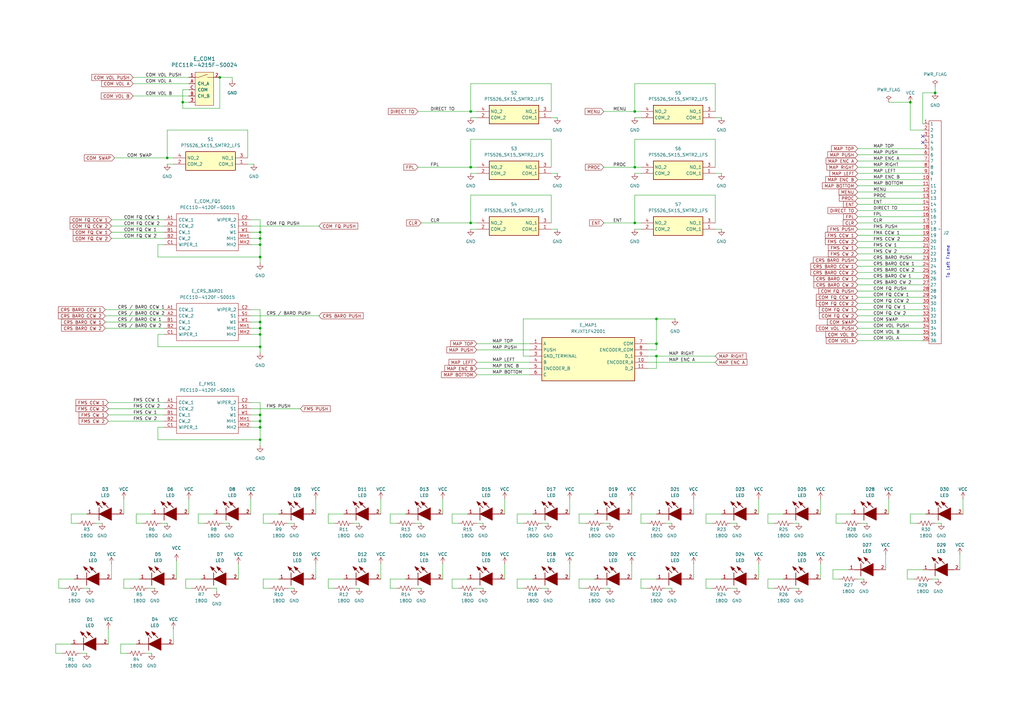
<source format=kicad_sch>
(kicad_sch (version 20231120) (generator "eeschema") (generator_version "8.0")
  (paper "A3")
  (junction (at 68.58 64.77))
  (junction (at 90.17 31.75))
  (junction (at 373.38 41.91))
  (junction (at 193.04 45.72))
  (junction (at 106.68 172.72))
  (junction (at 260.35 91.44))
  (junction (at 106.68 95.25))
  (junction (at 106.68 100.33))
  (junction (at 106.68 142.24))
  (junction (at 260.35 45.72))
  (junction (at 269.24 146.05))
  (junction (at 106.68 175.26))
  (junction (at 106.68 170.18))
  (junction (at 269.24 140.97))
  (junction (at 106.68 134.62))
  (junction (at 106.68 180.34))
  (junction (at 383.54 38.1))
  (junction (at 106.68 137.16))
  (junction (at 106.68 97.79))
  (junction (at 74.93 41.91))
  (junction (at 193.04 91.44))
  (junction (at 193.04 68.58))
  (junction (at 260.35 68.58))
  (junction (at 106.68 105.41))
  (junction (at 106.68 132.08))
  (junction (at 269.24 130.81))
  (no_connect (at 378.46 55.88))
  (no_connect (at 378.46 58.42))
  (wire (pts (xy 68.58 67.31) (xy 71.12 67.31)))
  (wire (pts (xy 45.72 231.14) (xy 45.72 237.49)))
  (wire (pts (xy 129.54 231.14) (xy 129.54 237.49)))
  (wire (pts (xy 102.87 134.62) (xy 106.68 134.62)))
  (wire (pts (xy 106.68 175.26) (xy 106.68 180.34)))
  (wire (pts (xy 341.63 233.68) (xy 341.63 237.49)))
  (wire (pts (xy 212.09 237.49) (xy 212.09 241.3)))
  (wire (pts (xy 351.79 104.14) (xy 378.46 104.14)))
  (wire (pts (xy 22.86 267.97) (xy 25.4 267.97)))
  (wire (pts (xy 43.18 129.54) (xy 67.31 129.54)))
  (wire (pts (xy 314.96 241.3) (xy 317.5 241.3)))
  (wire (pts (xy 64.77 100.33) (xy 64.77 105.41)))
  (wire (pts (xy 293.37 34.29) (xy 293.37 45.72)))
  (wire (pts (xy 293.37 80.01) (xy 293.37 91.44)))
  (wire (pts (xy 394.97 204.47) (xy 394.97 210.82)))
  (wire (pts (xy 160.02 237.49) (xy 166.37 237.49)))
  (wire (pts (xy 160.02 241.3) (xy 162.56 241.3)))
  (wire (pts (xy 222.25 214.63) (xy 224.79 214.63)))
  (wire (pts (xy 341.63 233.68) (xy 347.98 233.68)))
  (wire (pts (xy 45.72 92.71) (xy 67.31 92.71)))
  (wire (pts (xy 134.62 210.82) (xy 134.62 214.63)))
  (wire (pts (xy 262.89 210.82) (xy 269.24 210.82)))
  (wire (pts (xy 160.02 237.49) (xy 160.02 241.3)))
  (wire (pts (xy 24.13 237.49) (xy 30.48 237.49)))
  (wire (pts (xy 351.79 88.9) (xy 378.46 88.9)))
  (wire (pts (xy 107.95 214.63) (xy 110.49 214.63)))
  (wire (pts (xy 171.45 68.58) (xy 193.04 68.58)))
  (wire (pts (xy 72.39 229.87) (xy 72.39 237.49)))
  (wire (pts (xy 195.58 241.3) (xy 198.12 241.3)))
  (wire (pts (xy 212.09 210.82) (xy 212.09 214.63)))
  (wire (pts (xy 68.58 53.34) (xy 68.58 64.77)))
  (wire (pts (xy 76.2 241.3) (xy 78.74 241.3)))
  (wire (pts (xy 102.87 132.08) (xy 106.68 132.08)))
  (wire (pts (xy 351.79 86.36) (xy 378.46 86.36)))
  (wire (pts (xy 43.18 127) (xy 67.31 127)))
  (wire (pts (xy 185.42 237.49) (xy 185.42 241.3)))
  (wire (pts (xy 45.72 90.17) (xy 67.31 90.17)))
  (wire (pts (xy 134.62 214.63) (xy 137.16 214.63)))
  (wire (pts (xy 71.12 257.81) (xy 71.12 264.16)))
  (wire (pts (xy 383.54 35.56) (xy 383.54 38.1)))
  (wire (pts (xy 64.77 137.16) (xy 67.31 137.16)))
  (wire (pts (xy 46.99 64.77) (xy 68.58 64.77)))
  (wire (pts (xy 76.2 237.49) (xy 76.2 241.3)))
  (wire (pts (xy 351.79 114.3) (xy 378.46 114.3)))
  (wire (pts (xy 351.79 132.08) (xy 378.46 132.08)))
  (wire (pts (xy 342.9 214.63) (xy 345.44 214.63)))
  (wire (pts (xy 77.47 36.83) (xy 74.93 36.83)))
  (wire (pts (xy 284.48 204.47) (xy 284.48 210.82)))
  (wire (pts (xy 284.48 231.14) (xy 284.48 237.49)))
  (wire (pts (xy 226.06 48.26) (xy 228.6 48.26)))
  (wire (pts (xy 237.49 237.49) (xy 237.49 241.3)))
  (wire (pts (xy 214.63 130.81) (xy 269.24 130.81)))
  (wire (pts (xy 64.77 105.41) (xy 106.68 105.41)))
  (wire (pts (xy 378.46 38.1) (xy 383.54 38.1)))
  (wire (pts (xy 351.79 66.04) (xy 378.46 66.04)))
  (wire (pts (xy 260.35 91.44) (xy 262.89 91.44)))
  (wire (pts (xy 260.35 80.01) (xy 293.37 80.01)))
  (wire (pts (xy 351.79 71.12) (xy 378.46 71.12)))
  (wire (pts (xy 260.35 45.72) (xy 262.89 45.72)))
  (wire (pts (xy 351.79 101.6) (xy 378.46 101.6)))
  (wire (pts (xy 64.77 180.34) (xy 106.68 180.34)))
  (wire (pts (xy 314.96 237.49) (xy 321.31 237.49)))
  (wire (pts (xy 68.58 64.77) (xy 71.12 64.77)))
  (wire (pts (xy 269.24 130.81) (xy 276.86 130.81)))
  (wire (pts (xy 74.93 44.45) (xy 90.17 44.45)))
  (wire (pts (xy 237.49 210.82) (xy 243.84 210.82)))
  (wire (pts (xy 351.79 111.76) (xy 378.46 111.76)))
  (wire (pts (xy 64.77 175.26) (xy 67.31 175.26)))
  (wire (pts (xy 193.04 34.29) (xy 193.04 45.72)))
  (wire (pts (xy 262.89 237.49) (xy 262.89 241.3)))
  (wire (pts (xy 226.06 93.98) (xy 228.6 93.98)))
  (wire (pts (xy 60.96 241.3) (xy 63.5 241.3)))
  (wire (pts (xy 144.78 214.63) (xy 147.32 214.63)))
  (wire (pts (xy 134.62 241.3) (xy 137.16 241.3)))
  (wire (pts (xy 74.93 36.83) (xy 74.93 41.91)))
  (wire (pts (xy 195.58 214.63) (xy 198.12 214.63)))
  (wire (pts (xy 101.6 67.31) (xy 104.14 67.31)))
  (wire (pts (xy 59.69 267.97) (xy 62.23 267.97)))
  (wire (pts (xy 222.25 241.3) (xy 224.79 241.3)))
  (wire (pts (xy 107.95 241.3) (xy 110.49 241.3)))
  (wire (pts (xy 260.35 48.26) (xy 262.89 48.26)))
  (wire (pts (xy 118.11 241.3) (xy 120.65 241.3)))
  (wire (pts (xy 193.04 57.15) (xy 226.06 57.15)))
  (wire (pts (xy 212.09 241.3) (xy 214.63 241.3)))
  (wire (pts (xy 299.72 241.3) (xy 302.26 241.3)))
  (wire (pts (xy 351.79 81.28) (xy 378.46 81.28)))
  (wire (pts (xy 64.77 137.16) (xy 64.77 142.24)))
  (wire (pts (xy 289.56 237.49) (xy 295.91 237.49)))
  (wire (pts (xy 289.56 210.82) (xy 289.56 214.63)))
  (wire (pts (xy 233.68 231.14) (xy 233.68 237.49)))
  (wire (pts (xy 95.25 31.75) (xy 90.17 31.75)))
  (wire (pts (xy 44.45 257.81) (xy 44.45 264.16)))
  (wire (pts (xy 195.58 153.67) (xy 217.17 153.67)))
  (wire (pts (xy 172.72 91.44) (xy 193.04 91.44)))
  (wire (pts (xy 107.95 210.82) (xy 114.3 210.82)))
  (wire (pts (xy 102.87 204.47) (xy 102.87 210.82)))
  (wire (pts (xy 378.46 38.1) (xy 378.46 50.8)))
  (wire (pts (xy 207.01 231.14) (xy 207.01 237.49)))
  (wire (pts (xy 262.89 210.82) (xy 262.89 214.63)))
  (wire (pts (xy 106.68 90.17) (xy 106.68 95.25)))
  (wire (pts (xy 373.38 41.91) (xy 373.38 53.34)))
  (wire (pts (xy 193.04 34.29) (xy 226.06 34.29)))
  (wire (pts (xy 106.68 95.25) (xy 106.68 97.79)))
  (wire (pts (xy 351.79 139.7) (xy 378.46 139.7)))
  (wire (pts (xy 102.87 100.33) (xy 106.68 100.33)))
  (wire (pts (xy 24.13 241.3) (xy 26.67 241.3)))
  (wire (pts (xy 212.09 210.82) (xy 218.44 210.82)))
  (wire (pts (xy 102.87 95.25) (xy 106.68 95.25)))
  (wire (pts (xy 269.24 130.81) (xy 269.24 140.97)))
  (wire (pts (xy 351.79 134.62) (xy 378.46 134.62)))
  (wire (pts (xy 193.04 57.15) (xy 193.04 68.58)))
  (wire (pts (xy 76.2 237.49) (xy 82.55 237.49)))
  (wire (pts (xy 351.79 124.46) (xy 378.46 124.46)))
  (wire (pts (xy 49.53 264.16) (xy 49.53 267.97)))
  (wire (pts (xy 311.15 231.14) (xy 311.15 237.49)))
  (wire (pts (xy 351.79 109.22) (xy 378.46 109.22)))
  (wire (pts (xy 106.68 97.79) (xy 106.68 100.33)))
  (wire (pts (xy 269.24 146.05) (xy 269.24 151.13)))
  (wire (pts (xy 195.58 143.51) (xy 217.17 143.51)))
  (wire (pts (xy 90.17 31.75) (xy 90.17 44.45)))
  (wire (pts (xy 43.18 134.62) (xy 67.31 134.62)))
  (wire (pts (xy 50.8 241.3) (xy 53.34 241.3)))
  (wire (pts (xy 293.37 57.15) (xy 293.37 68.58)))
  (wire (pts (xy 81.28 210.82) (xy 87.63 210.82)))
  (wire (pts (xy 44.45 165.1) (xy 67.31 165.1)))
  (wire (pts (xy 106.68 172.72) (xy 106.68 175.26)))
  (wire (pts (xy 134.62 237.49) (xy 134.62 241.3)))
  (wire (pts (xy 233.68 204.47) (xy 233.68 210.82)))
  (wire (pts (xy 106.68 142.24) (xy 106.68 144.78)))
  (wire (pts (xy 29.21 210.82) (xy 29.21 214.63)))
  (wire (pts (xy 262.89 241.3) (xy 265.43 241.3)))
  (wire (pts (xy 351.79 121.92) (xy 378.46 121.92)))
  (wire (pts (xy 193.04 68.58) (xy 195.58 68.58)))
  (wire (pts (xy 50.8 204.47) (xy 50.8 210.82)))
  (wire (pts (xy 247.65 214.63) (xy 250.19 214.63)))
  (wire (pts (xy 226.06 34.29) (xy 226.06 45.72)))
  (wire (pts (xy 81.28 214.63) (xy 83.82 214.63)))
  (wire (pts (xy 50.8 237.49) (xy 57.15 237.49)))
  (wire (pts (xy 351.79 73.66) (xy 378.46 73.66)))
  (wire (pts (xy 107.95 237.49) (xy 107.95 241.3)))
  (wire (pts (xy 351.79 63.5) (xy 378.46 63.5)))
  (wire (pts (xy 106.68 105.41) (xy 106.68 107.95)))
  (wire (pts (xy 49.53 267.97) (xy 52.07 267.97)))
  (wire (pts (xy 217.17 146.05) (xy 214.63 146.05)))
  (wire (pts (xy 265.43 148.59) (xy 293.37 148.59)))
  (wire (pts (xy 260.35 34.29) (xy 293.37 34.29)))
  (wire (pts (xy 373.38 214.63) (xy 375.92 214.63)))
  (wire (pts (xy 273.05 214.63) (xy 275.59 214.63)))
  (wire (pts (xy 265.43 151.13) (xy 269.24 151.13)))
  (wire (pts (xy 207.01 204.47) (xy 207.01 210.82)))
  (wire (pts (xy 273.05 241.3) (xy 275.59 241.3)))
  (wire (pts (xy 106.68 132.08) (xy 106.68 134.62)))
  (wire (pts (xy 351.79 78.74) (xy 378.46 78.74)))
  (wire (pts (xy 260.35 57.15) (xy 293.37 57.15)))
  (wire (pts (xy 247.65 241.3) (xy 250.19 241.3)))
  (wire (pts (xy 185.42 214.63) (xy 187.96 214.63)))
  (wire (pts (xy 101.6 53.34) (xy 101.6 64.77)))
  (wire (pts (xy 107.95 210.82) (xy 107.95 214.63)))
  (wire (pts (xy 106.68 180.34) (xy 106.68 182.88)))
  (wire (pts (xy 247.65 45.72) (xy 260.35 45.72)))
  (wire (pts (xy 325.12 241.3) (xy 327.66 241.3)))
  (wire (pts (xy 351.79 68.58) (xy 378.46 68.58)))
  (wire (pts (xy 314.96 237.49) (xy 314.96 241.3)))
  (wire (pts (xy 237.49 237.49) (xy 243.84 237.49)))
  (wire (pts (xy 74.93 41.91) (xy 77.47 41.91)))
  (wire (pts (xy 289.56 214.63) (xy 292.1 214.63)))
  (wire (pts (xy 185.42 237.49) (xy 191.77 237.49)))
  (wire (pts (xy 81.28 210.82) (xy 81.28 214.63)))
  (wire (pts (xy 102.87 127) (xy 106.68 127)))
  (wire (pts (xy 102.87 167.64) (xy 123.19 167.64)))
  (wire (pts (xy 383.54 214.63) (xy 386.08 214.63)))
  (wire (pts (xy 351.79 127) (xy 378.46 127)))
  (wire (pts (xy 351.79 237.49) (xy 354.33 237.49)))
  (wire (pts (xy 29.21 210.82) (xy 35.56 210.82)))
  (wire (pts (xy 102.87 172.72) (xy 106.68 172.72)))
  (wire (pts (xy 106.68 134.62) (xy 106.68 137.16)))
  (wire (pts (xy 314.96 214.63) (xy 317.5 214.63)))
  (wire (pts (xy 195.58 151.13) (xy 217.17 151.13)))
  (wire (pts (xy 102.87 175.26) (xy 106.68 175.26)))
  (wire (pts (xy 260.35 34.29) (xy 260.35 45.72)))
  (wire (pts (xy 68.58 53.34) (xy 101.6 53.34)))
  (wire (pts (xy 49.53 264.16) (xy 55.88 264.16)))
  (wire (pts (xy 44.45 172.72) (xy 67.31 172.72)))
  (wire (pts (xy 77.47 204.47) (xy 77.47 210.82)))
  (wire (pts (xy 214.63 146.05) (xy 214.63 130.81)))
  (wire (pts (xy 44.45 170.18) (xy 67.31 170.18)))
  (wire (pts (xy 102.87 165.1) (xy 106.68 165.1)))
  (wire (pts (xy 88.9 241.3) (xy 86.36 241.3)))
  (wire (pts (xy 382.27 237.49) (xy 384.81 237.49)))
  (wire (pts (xy 259.08 231.14) (xy 259.08 237.49)))
  (wire (pts (xy 314.96 210.82) (xy 314.96 214.63)))
  (wire (pts (xy 22.86 264.16) (xy 22.86 267.97)))
  (wire (pts (xy 247.65 68.58) (xy 260.35 68.58)))
  (wire (pts (xy 293.37 71.12) (xy 295.91 71.12)))
  (wire (pts (xy 102.87 129.54) (xy 130.81 129.54)))
  (wire (pts (xy 193.04 80.01) (xy 193.04 91.44)))
  (wire (pts (xy 181.61 231.14) (xy 181.61 237.49)))
  (wire (pts (xy 74.93 41.91) (xy 74.93 44.45)))
  (wire (pts (xy 341.63 237.49) (xy 344.17 237.49)))
  (wire (pts (xy 265.43 146.05) (xy 269.24 146.05)))
  (wire (pts (xy 29.21 214.63) (xy 31.75 214.63)))
  (wire (pts (xy 106.68 170.18) (xy 106.68 172.72)))
  (wire (pts (xy 373.38 210.82) (xy 379.73 210.82)))
  (wire (pts (xy 64.77 142.24) (xy 106.68 142.24)))
  (wire (pts (xy 260.35 80.01) (xy 260.35 91.44)))
  (wire (pts (xy 342.9 210.82) (xy 342.9 214.63)))
  (wire (pts (xy 372.11 233.68) (xy 372.11 237.49)))
  (wire (pts (xy 260.35 57.15) (xy 260.35 68.58)))
  (wire (pts (xy 195.58 148.59) (xy 217.17 148.59)))
  (wire (pts (xy 134.62 237.49) (xy 140.97 237.49)))
  (wire (pts (xy 193.04 45.72) (xy 195.58 45.72)))
  (wire (pts (xy 247.65 91.44) (xy 260.35 91.44)))
  (wire (pts (xy 363.22 227.33) (xy 363.22 233.68)))
  (wire (pts (xy 64.77 100.33) (xy 67.31 100.33)))
  (wire (pts (xy 351.79 116.84) (xy 378.46 116.84)))
  (wire (pts (xy 193.04 93.98) (xy 195.58 93.98)))
  (wire (pts (xy 55.88 210.82) (xy 55.88 214.63)))
  (wire (pts (xy 54.61 39.37) (xy 77.47 39.37)))
  (wire (pts (xy 185.42 210.82) (xy 185.42 214.63)))
  (wire (pts (xy 144.78 241.3) (xy 147.32 241.3)))
  (wire (pts (xy 66.04 214.63) (xy 68.58 214.63)))
  (wire (pts (xy 160.02 210.82) (xy 160.02 214.63)))
  (wire (pts (xy 259.08 204.47) (xy 259.08 210.82)))
  (wire (pts (xy 102.87 90.17) (xy 106.68 90.17)))
  (wire (pts (xy 91.44 214.63) (xy 93.98 214.63)))
  (wire (pts (xy 45.72 97.79) (xy 67.31 97.79)))
  (wire (pts (xy 364.49 41.91) (xy 373.38 41.91)))
  (wire (pts (xy 106.68 165.1) (xy 106.68 170.18)))
  (wire (pts (xy 289.56 210.82) (xy 295.91 210.82)))
  (wire (pts (xy 170.18 214.63) (xy 172.72 214.63)))
  (wire (pts (xy 226.06 80.01) (xy 226.06 91.44)))
  (wire (pts (xy 106.68 127) (xy 106.68 132.08)))
  (wire (pts (xy 314.96 210.82) (xy 321.31 210.82)))
  (wire (pts (xy 55.88 210.82) (xy 62.23 210.82)))
  (wire (pts (xy 102.87 92.71) (xy 130.81 92.71)))
  (wire (pts (xy 237.49 214.63) (xy 240.03 214.63)))
  (wire (pts (xy 88.9 242.57) (xy 88.9 241.3)))
  (wire (pts (xy 106.68 100.33) (xy 106.68 105.41)))
  (wire (pts (xy 102.87 137.16) (xy 106.68 137.16)))
  (wire (pts (xy 293.37 48.26) (xy 295.91 48.26)))
  (wire (pts (xy 102.87 97.79) (xy 106.68 97.79)))
  (wire (pts (xy 299.72 214.63) (xy 302.26 214.63)))
  (wire (pts (xy 54.61 31.75) (xy 77.47 31.75)))
  (wire (pts (xy 54.61 34.29) (xy 77.47 34.29)))
  (wire (pts (xy 193.04 71.12) (xy 195.58 71.12)))
  (wire (pts (xy 311.15 204.47) (xy 311.15 210.82)))
  (wire (pts (xy 185.42 210.82) (xy 191.77 210.82)))
  (wire (pts (xy 193.04 48.26) (xy 195.58 48.26)))
  (wire (pts (xy 364.49 204.47) (xy 364.49 210.82)))
  (wire (pts (xy 160.02 210.82) (xy 166.37 210.82)))
  (wire (pts (xy 351.79 137.16) (xy 378.46 137.16)))
  (wire (pts (xy 33.02 267.97) (xy 35.56 267.97)))
  (wire (pts (xy 269.24 140.97) (xy 269.24 143.51)))
  (wire (pts (xy 260.35 68.58) (xy 262.89 68.58)))
  (wire (pts (xy 97.79 231.14) (xy 97.79 237.49)))
  (wire (pts (xy 185.42 241.3) (xy 187.96 241.3)))
  (wire (pts (xy 212.09 237.49) (xy 218.44 237.49)))
  (wire (pts (xy 44.45 167.64) (xy 67.31 167.64)))
  (wire (pts (xy 193.04 91.44) (xy 195.58 91.44)))
  (wire (pts (xy 193.04 80.01) (xy 226.06 80.01)))
  (wire (pts (xy 372.11 233.68) (xy 378.46 233.68)))
  (wire (pts (xy 171.45 45.72) (xy 193.04 45.72)))
  (wire (pts (xy 43.18 132.08) (xy 67.31 132.08)))
  (wire (pts (xy 393.7 227.33) (xy 393.7 233.68)))
  (wire (pts (xy 226.06 57.15) (xy 226.06 68.58)))
  (wire (pts (xy 95.25 33.02) (xy 95.25 31.75)))
  (wire (pts (xy 45.72 95.25) (xy 67.31 95.25)))
  (wire (pts (xy 102.87 170.18) (xy 106.68 170.18)))
  (wire (pts (xy 156.21 231.14) (xy 156.21 237.49)))
  (wire (pts (xy 269.24 146.05) (xy 293.37 146.05)))
  (wire (pts (xy 181.61 204.47) (xy 181.61 210.82)))
  (wire (pts (xy 212.09 214.63) (xy 214.63 214.63)))
  (wire (pts (xy 373.38 53.34) (xy 378.46 53.34)))
  (wire (pts (xy 195.58 140.97) (xy 217.17 140.97)))
  (wire (pts (xy 351.79 76.2) (xy 378.46 76.2)))
  (wire (pts (xy 351.79 106.68) (xy 378.46 106.68)))
  (wire (pts (xy 342.9 210.82) (xy 349.25 210.82)))
  (wire (pts (xy 106.68 137.16) (xy 106.68 142.24)))
  (wire (pts (xy 289.56 241.3) (xy 292.1 241.3)))
  (wire (pts (xy 237.49 241.3) (xy 240.03 241.3)))
  (wire (pts (xy 353.06 214.63) (xy 355.6 214.63)))
  (wire (pts (xy 118.11 214.63) (xy 120.65 214.63)))
  (wire (pts (xy 265.43 140.97) (xy 269.24 140.97)))
  (wire (pts (xy 237.49 210.82) (xy 237.49 214.63)))
  (wire (pts (xy 64.77 175.26) (xy 64.77 180.34)))
  (wire (pts (xy 351.79 83.82) (xy 378.46 83.82)))
  (wire (pts (xy 160.02 214.63) (xy 162.56 214.63)))
  (wire (pts (xy 373.38 210.82) (xy 373.38 214.63)))
  (wire (pts (xy 351.79 119.38) (xy 378.46 119.38)))
  (wire (pts (xy 351.79 93.98) (xy 378.46 93.98)))
  (wire (pts (xy 24.13 237.49) (xy 24.13 241.3)))
  (wire (pts (xy 351.79 96.52) (xy 378.46 96.52)))
  (wire (pts (xy 50.8 237.49) (xy 50.8 241.3)))
  (wire (pts (xy 156.21 204.47) (xy 156.21 210.82)))
  (wire (pts (xy 260.35 71.12) (xy 262.89 71.12)))
  (wire (pts (xy 55.88 214.63) (xy 58.42 214.63)))
  (wire (pts (xy 262.89 237.49) (xy 269.24 237.49)))
  (wire (pts (xy 22.86 264.16) (xy 29.21 264.16)))
  (wire (pts (xy 226.06 71.12) (xy 228.6 71.12)))
  (wire (pts (xy 336.55 231.14) (xy 336.55 237.49)))
  (wire (pts (xy 170.18 241.3) (xy 172.72 241.3)))
  (wire (pts (xy 134.62 210.82) (xy 140.97 210.82)))
  (wire (pts (xy 265.43 143.51) (xy 269.24 143.51)))
  (wire (pts (xy 325.12 214.63) (xy 327.66 214.63)))
  (wire (pts (xy 351.79 129.54) (xy 378.46 129.54)))
  (wire (pts (xy 260.35 93.98) (xy 262.89 93.98)))
  (wire (pts (xy 262.89 214.63) (xy 265.43 214.63)))
  (wire (pts (xy 107.95 237.49) (xy 114.3 237.49)))
  (wire (pts (xy 293.37 93.98) (xy 295.91 93.98)))
  (wire (pts (xy 351.79 99.06) (xy 378.46 99.06)))
  (wire (pts (xy 129.54 204.47) (xy 129.54 210.82)))
  (wire (pts (xy 34.29 241.3) (xy 36.83 241.3)))
  (wire (pts (xy 39.37 214.63) (xy 41.91 214.63)))
  (wire (pts (xy 336.55 204.47) (xy 336.55 210.82)))
  (wire (pts (xy 351.79 60.96) (xy 378.46 60.96)))
  (wire (pts (xy 372.11 237.49) (xy 374.65 237.49)))
  (wire (pts (xy 289.56 237.49) (xy 289.56 241.3)))
  (wire (pts (xy 351.79 91.44) (xy 378.46 91.44)))
  (text "To Left Frame" (at 388.874 107.442 90) (effects (font (size 1.27 1.27))))
  (label "CRS {slash} BARO CW 2" (at 48.26 134.62 0))
  (label "PROC" (at 251.46 68.58 0))
  (label "ENT" (at 251.46 91.44 0))
  (label "MAP RIGHT" (at 274.32 146.05 0))
  (label "CRS BARO CW 2" (at 358.14 116.84 0))
  (label "FMS PUSH" (at 109.22 167.64 0))
  (label "FMS CW 2" (at 358.14 104.14 0))
  (label "CRS BARO CW 1" (at 358.14 114.3 0))
  (label "MENU" (at 358.14 78.74 0))
  (label "MAP RIGHT" (at 358.14 68.58 0))
  (label "FMS CW 2" (at 54.61 172.72 0))
  (label "COM VOL A" (at 59.69 34.29 0))
  (label "FMS CCW 2" (at 54.61 167.64 0))
  (label "PROC" (at 358.14 81.28 0))
  (label "FMS CW 1" (at 358.14 101.6 0))
  (label "COM FQ CCW 2" (at 50.8 92.71 0))
  (label "DIRECT TO" (at 358.14 86.36 0))
  (label "DIRECT TO" (at 176.53 45.72 0))
  (label "COM VOL B" (at 59.69 39.37 0))
  (label "FMA CCW 1" (at 358.14 96.52 0))
  (label "MAP PUSH" (at 358.14 63.5 0))
  (label "CRS {slash} BARO CW 1" (at 48.26 132.08 0))
  (label "COM FQ PUSH" (at 358.14 119.38 0))
  (label "COM FQ CW 2" (at 50.8 97.79 0))
  (label "COM FQ CW 1" (at 50.8 95.25 0))
  (label "ENT" (at 358.14 83.82 0))
  (label "CLR" (at 358.14 91.44 0))
  (label "FPL" (at 358.14 88.9 0))
  (label "COM VOL A" (at 358.14 139.7 0))
  (label "COM FQ PUSH" (at 109.22 92.71 0))
  (label "COM FQ CCW 1" (at 50.8 90.17 0))
  (label "COM VOL PUSH" (at 59.69 31.75 0))
  (label "COM FQ CCW 2" (at 358.14 124.46 0))
  (label "MAP TOP" (at 358.14 60.96 0))
  (label "CRS BARO CCW 1" (at 358.14 109.22 0))
  (label "MAP LEFT" (at 358.14 71.12 0))
  (label "FPL" (at 176.53 68.58 0))
  (label "COM FQ CW 1" (at 358.14 127 0))
  (label "COM VOL PUSH" (at 358.14 134.62 0))
  (label "MAP LEFT" (at 201.93 148.59 0))
  (label "MAP TOP" (at 201.93 140.97 0))
  (label "COM SWAP" (at 52.07 64.77 0))
  (label "COM VOL B" (at 358.14 137.16 0))
  (label "COM FQ CCW 1" (at 358.14 121.92 0))
  (label "MAP BOTTOM" (at 201.93 153.67 0))
  (label "CRS {slash} BARO CCW 1" (at 48.26 127 0))
  (label "CLR" (at 176.53 91.44 0))
  (label "CRS BARO PUSH" (at 358.14 106.68 0))
  (label "MAP BOTTOM" (at 358.14 76.2 0))
  (label "FMS CW 1" (at 54.61 170.18 0))
  (label "MAP PUSH" (at 201.93 143.51 0))
  (label "FMS PUSH" (at 358.14 93.98 0))
  (label "MENU" (at 251.46 45.72 0))
  (label "MAP ENC A" (at 274.32 148.59 0))
  (label "COM SWAP" (at 358.14 132.08 0))
  (label "FMS CCW 1" (at 54.61 165.1 0))
  (label "CRS {slash} BARO CCW 2" (at 48.26 129.54 0))
  (label "CRS BARO CCW 2" (at 358.14 111.76 0))
  (label "MAP ENC A" (at 358.14 66.04 0))
  (label "FMS CCW 2" (at 358.14 99.06 0))
  (label "COM FQ CW 2" (at 358.14 129.54 0))
  (label "MAP ENC B" (at 358.14 73.66 0))
  (label "MAP ENC B" (at 201.93 151.13 0))
  (label "CRS {slash} BARO PUSH" (at 109.22 129.54 0))
  (global_label "CRS BARO CW 2" (shape input) (at 43.18 134.62 180) (property "Intersheetrefs" "${INTERSHEET_REFS}" (effects (hide yes))))
  (global_label "COM VOL PUSH" (shape input) (at 351.79 134.62 180) (property "Intersheetrefs" "${INTERSHEET_REFS}" (effects (hide yes))))
  (global_label "MENU" (shape input) (at 247.65 45.72 180) (property "Intersheetrefs" "${INTERSHEET_REFS}" (effects (hide yes))))
  (global_label "PROC" (shape input) (at 351.79 81.28 180) (property "Intersheetrefs" "${INTERSHEET_REFS}" (effects (hide yes))))
  (global_label "CRS BARO PUSH" (shape input) (at 351.79 106.68 180) (property "Intersheetrefs" "${INTERSHEET_REFS}" (effects (hide yes))))
  (global_label "CLR" (shape input) (at 172.72 91.44 180) (property "Intersheetrefs" "${INTERSHEET_REFS}" (effects (hide yes))))
  (global_label "COM FQ CCW 1" (shape input) (at 45.72 90.17 180) (property "Intersheetrefs" "${INTERSHEET_REFS}" (effects (hide yes))))
  (global_label "COM FQ CW 1" (shape input) (at 45.72 95.25 180) (property "Intersheetrefs" "${INTERSHEET_REFS}" (effects (hide yes))))
  (global_label "MAP BOTTOM" (shape input) (at 351.79 76.2 180) (property "Intersheetrefs" "${INTERSHEET_REFS}" (effects (hide yes))))
  (global_label "MAP TOP" (shape input) (at 351.79 60.96 180) (property "Intersheetrefs" "${INTERSHEET_REFS}" (effects (hide yes))))
  (global_label "FMS CW 2" (shape input) (at 44.45 172.72 180) (property "Intersheetrefs" "${INTERSHEET_REFS}" (effects (hide yes))))
  (global_label "CRS BARO CW 1" (shape input) (at 43.18 132.08 180) (property "Intersheetrefs" "${INTERSHEET_REFS}" (effects (hide yes))))
  (global_label "CRS BARO CW 2" (shape input) (at 351.79 116.84 180) (property "Intersheetrefs" "${INTERSHEET_REFS}" (effects (hide yes))))
  (global_label "MAP TOP" (shape input) (at 195.58 140.97 180) (property "Intersheetrefs" "${INTERSHEET_REFS}" (effects (hide yes))))
  (global_label "FMS PUSH" (shape input) (at 351.79 93.98 180) (property "Intersheetrefs" "${INTERSHEET_REFS}" (effects (hide yes))))
  (global_label "FMS CW 2" (shape input) (at 351.79 104.14 180) (property "Intersheetrefs" "${INTERSHEET_REFS}" (effects (hide yes))))
  (global_label "COM VOL A" (shape input) (at 54.61 34.29 180) (property "Intersheetrefs" "${INTERSHEET_REFS}" (effects (hide yes))))
  (global_label "FMS CW 1" (shape input) (at 351.79 101.6 180) (property "Intersheetrefs" "${INTERSHEET_REFS}" (effects (hide yes))))
  (global_label "MAP RIGHT" (shape input) (at 351.79 68.58 180) (property "Intersheetrefs" "${INTERSHEET_REFS}" (effects (hide yes))))
  (global_label "COM FQ PUSH" (shape input) (at 130.81 92.71 0) (property "Intersheetrefs" "${INTERSHEET_REFS}" (effects (hide yes))))
  (global_label "ENT" (shape input) (at 247.65 91.44 180) (property "Intersheetrefs" "${INTERSHEET_REFS}" (effects (hide yes))))
  (global_label "COM FQ CW 2" (shape input) (at 351.79 129.54 180) (property "Intersheetrefs" "${INTERSHEET_REFS}" (effects (hide yes))))
  (global_label "COM SWAP" (shape input) (at 46.99 64.77 180) (property "Intersheetrefs" "${INTERSHEET_REFS}" (effects (hide yes))))
  (global_label "FMS CCW 2" (shape input) (at 44.45 167.64 180) (property "Intersheetrefs" "${INTERSHEET_REFS}" (effects (hide yes))))
  (global_label "CRS BARO CCW 2" (shape input) (at 351.79 111.76 180) (property "Intersheetrefs" "${INTERSHEET_REFS}" (effects (hide yes))))
  (global_label "COM SWAP" (shape input) (at 351.79 132.08 180) (property "Intersheetrefs" "${INTERSHEET_REFS}" (effects (hide yes))))
  (global_label "DIRECT TO" (shape input) (at 171.45 45.72 180) (property "Intersheetrefs" "${INTERSHEET_REFS}" (effects (hide yes))))
  (global_label "CRS BARO CW 1" (shape input) (at 351.79 114.3 180) (property "Intersheetrefs" "${INTERSHEET_REFS}" (effects (hide yes))))
  (global_label "FMS CCW 1" (shape input) (at 351.79 96.52 180) (property "Intersheetrefs" "${INTERSHEET_REFS}" (effects (hide yes))))
  (global_label "COM VOL A" (shape input) (at 351.79 139.7 180) (property "Intersheetrefs" "${INTERSHEET_REFS}" (effects (hide yes))))
  (global_label "FPL" (shape input) (at 171.45 68.58 180) (property "Intersheetrefs" "${INTERSHEET_REFS}" (effects (hide yes))))
  (global_label "CRS BARO PUSH" (shape input) (at 130.81 129.54 0) (property "Intersheetrefs" "${INTERSHEET_REFS}" (effects (hide yes))))
  (global_label "MAP PUSH" (shape input) (at 351.79 63.5 180) (property "Intersheetrefs" "${INTERSHEET_REFS}" (effects (hide yes))))
  (global_label "CRS BARO CCW 1" (shape input) (at 351.79 109.22 180) (property "Intersheetrefs" "${INTERSHEET_REFS}" (effects (hide yes))))
  (global_label "MAP PUSH" (shape input) (at 195.58 143.51 180) (property "Intersheetrefs" "${INTERSHEET_REFS}" (effects (hide yes))))
  (global_label "MAP ENC B" (shape input) (at 195.58 151.13 180) (property "Intersheetrefs" "${INTERSHEET_REFS}" (effects (hide yes))))
  (global_label "COM FQ CCW 1" (shape input) (at 351.79 121.92 180) (property "Intersheetrefs" "${INTERSHEET_REFS}" (effects (hide yes))))
  (global_label "CLR" (shape input) (at 351.79 91.44 180) (property "Intersheetrefs" "${INTERSHEET_REFS}" (effects (hide yes))))
  (global_label "PROC" (shape input) (at 247.65 68.58 180) (property "Intersheetrefs" "${INTERSHEET_REFS}" (effects (hide yes))))
  (global_label "ENT" (shape input) (at 351.79 83.82 180) (property "Intersheetrefs" "${INTERSHEET_REFS}" (effects (hide yes))))
  (global_label "COM FQ CCW 2" (shape input) (at 351.79 124.46 180) (property "Intersheetrefs" "${INTERSHEET_REFS}" (effects (hide yes))))
  (global_label "FMS CCW 1" (shape input) (at 44.45 165.1 180) (property "Intersheetrefs" "${INTERSHEET_REFS}" (effects (hide yes))))
  (global_label "FMS PUSH" (shape input) (at 123.19 167.64 0) (property "Intersheetrefs" "${INTERSHEET_REFS}" (effects (hide yes))))
  (global_label "MAP ENC B" (shape input) (at 351.79 73.66 180) (property "Intersheetrefs" "${INTERSHEET_REFS}" (effects (hide yes))))
  (global_label "COM VOL B" (shape input) (at 351.79 137.16 180) (property "Intersheetrefs" "${INTERSHEET_REFS}" (effects (hide yes))))
  (global_label "CRS BARO CCW 1" (shape input) (at 43.18 127 180) (property "Intersheetrefs" "${INTERSHEET_REFS}" (effects (hide yes))))
  (global_label "FMS CCW 2" (shape input) (at 351.79 99.06 180) (property "Intersheetrefs" "${INTERSHEET_REFS}" (effects (hide yes))))
  (global_label "COM VOL B" (shape input) (at 54.61 39.37 180) (property "Intersheetrefs" "${INTERSHEET_REFS}" (effects (hide yes))))
  (global_label "MAP LEFT" (shape input) (at 195.58 148.59 180) (property "Intersheetrefs" "${INTERSHEET_REFS}" (effects (hide yes))))
  (global_label "COM FQ CW 2" (shape input) (at 45.72 97.79 180) (property "Intersheetrefs" "${INTERSHEET_REFS}" (effects (hide yes))))
  (global_label "FMS CW 1" (shape input) (at 44.45 170.18 180) (property "Intersheetrefs" "${INTERSHEET_REFS}" (effects (hide yes))))
  (global_label "MAP RIGHT" (shape input) (at 293.37 146.05 0) (property "Intersheetrefs" "${INTERSHEET_REFS}" (effects (hide yes))))
  (global_label "COM VOL PUSH" (shape input) (at 54.61 31.75 180) (property "Intersheetrefs" "${INTERSHEET_REFS}" (effects (hide yes))))
  (global_label "COM FQ CW 1" (shape input) (at 351.79 127 180) (property "Intersheetrefs" "${INTERSHEET_REFS}" (effects (hide yes))))
  (global_label "MAP BOTTOM" (shape input) (at 195.58 153.67 180) (property "Intersheetrefs" "${INTERSHEET_REFS}" (effects (hide yes))))
  (global_label "MAP ENC A" (shape input) (at 293.37 148.59 0) (property "Intersheetrefs" "${INTERSHEET_REFS}" (effects (hide yes))))
  (global_label "COM FQ CCW 2" (shape input) (at 45.72 92.71 180) (property "Intersheetrefs" "${INTERSHEET_REFS}" (effects (hide yes))))
  (global_label "DIRECT TO" (shape input) (at 351.79 86.36 180) (property "Intersheetrefs" "${INTERSHEET_REFS}" (effects (hide yes))))
  (global_label "CRS BARO CCW 2" (shape input) (at 43.18 129.54 180) (property "Intersheetrefs" "${INTERSHEET_REFS}" (effects (hide yes))))
  (global_label "COM FQ PUSH" (shape input) (at 351.79 119.38 180) (property "Intersheetrefs" "${INTERSHEET_REFS}" (effects (hide yes))))
  (global_label "MAP LEFT" (shape input) (at 351.79 71.12 180) (property "Intersheetrefs" "${INTERSHEET_REFS}" (effects (hide yes))))
  (global_label "FPL" (shape input) (at 351.79 88.9 180) (property "Intersheetrefs" "${INTERSHEET_REFS}" (effects (hide yes))))
  (global_label "MENU" (shape input) (at 351.79 78.74 180) (property "Intersheetrefs" "${INTERSHEET_REFS}" (effects (hide yes))))
  (global_label "MAP ENC A" (shape input) (at 351.79 66.04 180) (property "Intersheetrefs" "${INTERSHEET_REFS}" (effects (hide yes))))
  (symbol (lib_id "power:GND") (at 260.35 93.98 0) (unit 1)
    (property "Reference" "#PWR061" (effects (hide yes)))
    (property "Value" "GND" (at 260.35 99.06 0))
    (property "Description" "Power symbol creates a global label with name \"GND\" , ground" (effects (hide yes)))
  )
  (symbol (lib_id "IN-S63AT5UW:IN-S63AT5UW") (at 82.55 237.49 0) (unit 1)
    (property "Reference" "D7" (at 90.17 227.33 0))
    (property "Value" "LED" (at 90.17 229.87 0))
    (property "Footprint" "IN-S63AT5UW:LEDC1608X39N" (effects (hide yes)))
    (property "Description" "Standard LEDs - SMD White LED" (effects (hide yes)))
    (property "Height" "0.39" (effects (hide yes)))
    (property "Mouser Part Number" "743-IN-S63AT5UW" (effects (hide yes)))
    (property "Mouser Price/Stock" "https://www.mouser.co.uk/ProductDetail/Inolux/IN-S63AT5UW?qs=fAHHVMwC%252BbjOUaZe%2F%2FIGRQ%3D%3D" (effects (hide yes)))
    (property "Manufacturer_Name" "Inolux" (effects (hide yes)))
    (property "Manufacturer_Part_Number" "IN-S63AT5UW" (effects (hide yes)))
  )
  (symbol (lib_id "power:GND") (at 193.04 48.26 0) (unit 1)
    (property "Reference" "#PWR043" (effects (hide yes)))
    (property "Value" "GND" (at 193.04 53.34 0))
    (property "Description" "Power symbol creates a global label with name \"GND\" , ground" (effects (hide yes)))
  )
  (symbol (lib_id "power:GND") (at 198.12 214.63 0) (unit 1)
    (property "Reference" "#PWR035" (effects (hide yes)))
    (property "Value" "GND" (at 198.12 219.71 0))
    (property "Description" "Power symbol creates a global label with name \"GND\" , ground" (effects (hide yes)))
  )
  (symbol (lib_id "power:GND") (at 224.79 214.63 0) (unit 1)
    (property "Reference" "#PWR039" (effects (hide yes)))
    (property "Value" "GND" (at 224.79 219.71 0))
    (property "Description" "Power symbol creates a global label with name \"GND\" , ground" (effects (hide yes)))
  )
  (symbol (lib_id "Device:R_US") (at 87.63 214.63 90) (unit 1)
    (property "Reference" "R8" (at 87.63 217.17 90))
    (property "Value" "180Ω" (at 87.63 219.71 90))
    (property "Footprint" "Resistor_SMD:R_0603_1608Metric_Pad0.98x0.95mm_HandSolder" (effects (hide yes)))
  )
  (symbol (lib_id "power:GND") (at 68.58 214.63 0) (unit 1)
    (property "Reference" "#PWR079" (effects (hide yes)))
    (property "Value" "GND" (at 68.58 219.71 0))
    (property "Description" "Power symbol creates a global label with name \"GND\" , ground" (effects (hide yes)))
  )
  (symbol (lib_id "power:VCC") (at 336.55 231.14 0) (unit 1)
    (property "Reference" "#PWR068" (effects (hide yes)))
    (property "Value" "VCC" (at 336.55 227.33 0))
    (property "Description" "Power symbol creates a global label with name \"VCC\"" (effects (hide yes)))
  )
  (symbol (lib_id "power:GND") (at 68.58 67.31 0) (unit 1)
    (property "Reference" "#PWR017" (effects (hide yes)))
    (property "Value" "GND" (at 68.58 72.39 0))
    (property "Description" "Power symbol creates a global label with name \"GND\" , ground" (effects (hide yes)))
  )
  (symbol (lib_id "PTS526-SK-15-SMTR2:PTS526_SK15_SMTR2_LFS") (at 101.6 67.31 180) (unit 1)
    (property "Reference" "S1" (at 86.36 57.15 0))
    (property "Value" "PTS526_SK15_SMTR2_LFS" (at 86.36 59.69 0))
    (property "Footprint" "PTS526-SK15-SMTR2-LFS:PTS526SK15SMTR2LFS" (effects (hide yes)))
    (property "Datasheet" "https://www.ckswitches.com/media/2780/pts526.pdf" (effects (hide yes)))
    (property "Description" "Tact 5.2 x 5.2, 1.5 mm H, 260gf, G leads, No ground pin, metal actuator" (effects (hide yes)))
    (property "Height" "1.65" (effects (hide yes)))
    (property "Mouser Part Number" "611-PTS526SK15SMR2L" (effects (hide yes)))
    (property "Mouser Price/Stock" "https://www.mouser.co.uk/ProductDetail/CK/PTS526-SK15-SMTR2-LFS?qs=UXgszm6BlbF5Ezp94JAQtw%3D%3D" (effects (hide yes)))
    (property "Manufacturer_Name" "C & K COMPONENTS" (effects (hide yes)))
    (property "Manufacturer_Part_Number" "PTS526 SK15 SMTR2 LFS" (effects (hide yes)))
  )
  (symbol (lib_id "power:GND") (at 302.26 214.63 0) (unit 1)
    (property "Reference" "#PWR057" (effects (hide yes)))
    (property "Value" "GND" (at 302.26 219.71 0))
    (property "Description" "Power symbol creates a global label with name \"GND\" , ground" (effects (hide yes)))
  )
  (symbol (lib_id "IN-S63AT5UW:IN-S63AT5UW") (at 140.97 210.82 0) (unit 1)
    (property "Reference" "D11" (at 148.59 200.66 0))
    (property "Value" "LED" (at 148.59 203.2 0))
    (property "Footprint" "IN-S63AT5UW:LEDC1608X39N" (effects (hide yes)))
    (property "Description" "Standard LEDs - SMD White LED" (effects (hide yes)))
    (property "Height" "0.39" (effects (hide yes)))
    (property "Mouser Part Number" "743-IN-S63AT5UW" (effects (hide yes)))
    (property "Mouser Price/Stock" "https://www.mouser.co.uk/ProductDetail/Inolux/IN-S63AT5UW?qs=fAHHVMwC%252BbjOUaZe%2F%2FIGRQ%3D%3D" (effects (hide yes)))
    (property "Manufacturer_Name" "Inolux" (effects (hide yes)))
    (property "Manufacturer_Part_Number" "IN-S63AT5UW" (effects (hide yes)))
  )
  (symbol (lib_id "IN-S63AT5UW:IN-S63AT5UW") (at 55.88 264.16 0) (unit 1)
    (property "Reference" "D4" (at 63.5 254 0))
    (property "Value" "LED" (at 63.5 256.54 0))
    (property "Footprint" "IN-S63AT5UW:LEDC1608X39N" (effects (hide yes)))
    (property "Description" "Standard LEDs - SMD White LED" (effects (hide yes)))
    (property "Height" "0.39" (effects (hide yes)))
    (property "Mouser Part Number" "743-IN-S63AT5UW" (effects (hide yes)))
    (property "Mouser Price/Stock" "https://www.mouser.co.uk/ProductDetail/Inolux/IN-S63AT5UW?qs=fAHHVMwC%252BbjOUaZe%2F%2FIGRQ%3D%3D" (effects (hide yes)))
    (property "Manufacturer_Name" "Inolux" (effects (hide yes)))
    (property "Manufacturer_Part_Number" "IN-S63AT5UW" (effects (hide yes)))
  )
  (symbol (lib_id "power:VCC") (at 44.45 257.81 0) (unit 1)
    (property "Reference" "#PWR04" (effects (hide yes)))
    (property "Value" "VCC" (at 44.45 254 0))
    (property "Description" "Power symbol creates a global label with name \"VCC\"" (effects (hide yes)))
  )
  (symbol (lib_id "power:GND") (at 120.65 214.63 0) (unit 1)
    (property "Reference" "#PWR018" (effects (hide yes)))
    (property "Value" "GND" (at 120.65 219.71 0))
    (property "Description" "Power symbol creates a global label with name \"GND\" , ground" (effects (hide yes)))
  )
  (symbol (lib_id "Device:R_US") (at 114.3 214.63 90) (unit 1)
    (property "Reference" "R9" (at 114.3 217.17 90))
    (property "Value" "180Ω" (at 114.3 219.71 90))
    (property "Footprint" "Resistor_SMD:R_0603_1608Metric_Pad0.98x0.95mm_HandSolder" (effects (hide yes)))
  )
  (symbol (lib_id "power:VCC") (at 394.97 204.47 0) (unit 1)
    (property "Reference" "#PWR075" (effects (hide yes)))
    (property "Value" "VCC" (at 394.97 200.66 0))
    (property "Description" "Power symbol creates a global label with name \"VCC\"" (effects (hide yes)))
  )
  (symbol (lib_id "IN-S63AT5UW:IN-S63AT5UW") (at 269.24 210.82 0) (unit 1)
    (property "Reference" "D21" (at 276.86 200.66 0))
    (property "Value" "LED" (at 276.86 203.2 0))
    (property "Footprint" "IN-S63AT5UW:LEDC1608X39N" (effects (hide yes)))
    (property "Description" "Standard LEDs - SMD White LED" (effects (hide yes)))
    (property "Height" "0.39" (effects (hide yes)))
    (property "Mouser Part Number" "743-IN-S63AT5UW" (effects (hide yes)))
    (property "Mouser Price/Stock" "https://www.mouser.co.uk/ProductDetail/Inolux/IN-S63AT5UW?qs=fAHHVMwC%252BbjOUaZe%2F%2FIGRQ%3D%3D" (effects (hide yes)))
    (property "Manufacturer_Name" "Inolux" (effects (hide yes)))
    (property "Manufacturer_Part_Number" "IN-S63AT5UW" (effects (hide yes)))
  )
  (symbol (lib_id "IN-S63AT5UW:IN-S63AT5UW") (at 166.37 237.49 0) (unit 1)
    (property "Reference" "D14" (at 173.99 227.33 0))
    (property "Value" "LED" (at 173.99 229.87 0))
    (property "Footprint" "IN-S63AT5UW:LEDC1608X39N" (effects (hide yes)))
    (property "Description" "Standard LEDs - SMD White LED" (effects (hide yes)))
    (property "Height" "0.39" (effects (hide yes)))
    (property "Mouser Part Number" "743-IN-S63AT5UW" (effects (hide yes)))
    (property "Mouser Price/Stock" "https://www.mouser.co.uk/ProductDetail/Inolux/IN-S63AT5UW?qs=fAHHVMwC%252BbjOUaZe%2F%2FIGRQ%3D%3D" (effects (hide yes)))
    (property "Manufacturer_Name" "Inolux" (effects (hide yes)))
    (property "Manufacturer_Part_Number" "IN-S63AT5UW" (effects (hide yes)))
  )
  (symbol (lib_id "Device:R_US") (at 321.31 241.3 90) (unit 1)
    (property "Reference" "R26" (at 321.31 243.84 90))
    (property "Value" "180Ω" (at 321.31 246.38 90))
    (property "Footprint" "Resistor_SMD:R_0603_1608Metric_Pad0.98x0.95mm_HandSolder" (effects (hide yes)))
  )
  (symbol (lib_id "power:GND") (at 88.9 242.57 0) (unit 1)
    (property "Reference" "#PWR013" (effects (hide yes)))
    (property "Value" "GND" (at 88.9 247.65 0))
    (property "Description" "Power symbol creates a global label with name \"GND\" , ground" (effects (hide yes)))
  )
  (symbol (lib_id "power:GND") (at 62.23 267.97 0) (unit 1)
    (property "Reference" "#PWR07" (effects (hide yes)))
    (property "Value" "GND" (at 62.23 273.05 0))
    (property "Description" "Power symbol creates a global label with name \"GND\" , ground" (effects (hide yes)))
  )
  (symbol (lib_id "Device:R_US") (at 191.77 241.3 90) (unit 1)
    (property "Reference" "R16" (at 191.77 243.84 90))
    (property "Value" "180Ω" (at 191.77 246.38 90))
    (property "Footprint" "Resistor_SMD:R_0603_1608Metric_Pad0.98x0.95mm_HandSolder" (effects (hide yes)))
  )
  (symbol (lib_id "power:VCC") (at 259.08 204.47 0) (unit 1)
    (property "Reference" "#PWR041" (effects (hide yes)))
    (property "Value" "VCC" (at 259.08 200.66 0))
    (property "Description" "Power symbol creates a global label with name \"VCC\"" (effects (hide yes)))
  )
  (symbol (lib_id "power:VCC") (at 181.61 231.14 0) (unit 1)
    (property "Reference" "#PWR034" (effects (hide yes)))
    (property "Value" "VCC" (at 181.61 227.33 0))
    (property "Description" "Power symbol creates a global label with name \"VCC\"" (effects (hide yes)))
  )
  (symbol (lib_id "power:VCC") (at 50.8 204.47 0) (unit 1)
    (property "Reference" "#PWR06" (effects (hide yes)))
    (property "Value" "VCC" (at 50.8 200.66 0))
    (property "Description" "Power symbol creates a global label with name \"VCC\"" (effects (hide yes)))
  )
  (symbol (lib_id "IN-S63AT5UW:IN-S63AT5UW") (at 295.91 210.82 0) (unit 1)
    (property "Reference" "D23" (at 303.53 200.66 0))
    (property "Value" "LED" (at 303.53 203.2 0))
    (property "Footprint" "IN-S63AT5UW:LEDC1608X39N" (effects (hide yes)))
    (property "Description" "Standard LEDs - SMD White LED" (effects (hide yes)))
    (property "Height" "0.39" (effects (hide yes)))
    (property "Mouser Part Number" "743-IN-S63AT5UW" (effects (hide yes)))
    (property "Mouser Price/Stock" "https://www.mouser.co.uk/ProductDetail/Inolux/IN-S63AT5UW?qs=fAHHVMwC%252BbjOUaZe%2F%2FIGRQ%3D%3D" (effects (hide yes)))
    (property "Manufacturer_Name" "Inolux" (effects (hide yes)))
    (property "Manufacturer_Part_Number" "IN-S63AT5UW" (effects (hide yes)))
  )
  (symbol (lib_id "Device:R_US") (at 55.88 267.97 90) (unit 1)
    (property "Reference" "R4" (at 55.88 270.51 90))
    (property "Value" "180Ω" (at 55.88 273.05 90))
    (property "Footprint" "Resistor_SMD:R_0603_1608Metric_Pad0.98x0.95mm_HandSolder" (effects (hide yes)))
  )
  (symbol (lib_id "Device:R_US") (at 166.37 214.63 90) (unit 1)
    (property "Reference" "R13" (at 166.37 217.17 90))
    (property "Value" "180Ω" (at 166.37 219.71 90))
    (property "Footprint" "Resistor_SMD:R_0603_1608Metric_Pad0.98x0.95mm_HandSolder" (effects (hide yes)))
  )
  (symbol (lib_id "power:GND") (at 250.19 214.63 0) (unit 1)
    (property "Reference" "#PWR046" (effects (hide yes)))
    (property "Value" "GND" (at 250.19 219.71 0))
    (property "Description" "Power symbol creates a global label with name \"GND\" , ground" (effects (hide yes)))
  )
  (symbol (lib_id "Device:R_US") (at 35.56 214.63 90) (unit 1)
    (property "Reference" "R3" (at 35.56 217.17 90))
    (property "Value" "180Ω" (at 35.56 219.71 90))
    (property "Footprint" "Resistor_SMD:R_0603_1608Metric_Pad0.98x0.95mm_HandSolder" (effects (hide yes)))
  )
  (symbol (lib_id "Device:R_US") (at 295.91 214.63 90) (unit 1)
    (property "Reference" "R23" (at 295.91 217.17 90))
    (property "Value" "180Ω" (at 295.91 219.71 90))
    (property "Footprint" "Resistor_SMD:R_0603_1608Metric_Pad0.98x0.95mm_HandSolder" (effects (hide yes)))
  )
  (symbol (lib_id "power:GND") (at 41.91 214.63 0) (unit 1)
    (property "Reference" "#PWR03" (effects (hide yes)))
    (property "Value" "GND" (at 41.91 219.71 0))
    (property "Description" "Power symbol creates a global label with name \"GND\" , ground" (effects (hide yes)))
  )
  (symbol (lib_id "power:VCC") (at 284.48 231.14 0) (unit 1)
    (property "Reference" "#PWR056" (effects (hide yes)))
    (property "Value" "VCC" (at 284.48 227.33 0))
    (property "Description" "Power symbol creates a global label with name \"VCC\"" (effects (hide yes)))
  )
  (symbol (lib_id "IN-S63AT5UW:IN-S63AT5UW") (at 29.21 264.16 0) (unit 1)
    (property "Reference" "D1" (at 36.83 254 0))
    (property "Value" "LED" (at 36.83 256.54 0))
    (property "Footprint" "IN-S63AT5UW:LEDC1608X39N" (effects (hide yes)))
    (property "Description" "Standard LEDs - SMD White LED" (effects (hide yes)))
    (property "Height" "0.39" (effects (hide yes)))
    (property "Mouser Part Number" "743-IN-S63AT5UW" (effects (hide yes)))
    (property "Mouser Price/Stock" "https://www.mouser.co.uk/ProductDetail/Inolux/IN-S63AT5UW?qs=fAHHVMwC%252BbjOUaZe%2F%2FIGRQ%3D%3D" (effects (hide yes)))
    (property "Manufacturer_Name" "Inolux" (effects (hide yes)))
    (property "Manufacturer_Part_Number" "IN-S63AT5UW" (effects (hide yes)))
  )
  (symbol (lib_id "IN-S63AT5UW:IN-S63AT5UW") (at 321.31 210.82 0) (unit 1)
    (property "Reference" "D25" (at 328.93 200.66 0))
    (property "Value" "LED" (at 328.93 203.2 0))
    (property "Footprint" "IN-S63AT5UW:LEDC1608X39N" (effects (hide yes)))
    (property "Description" "Standard LEDs - SMD White LED" (effects (hide yes)))
    (property "Height" "0.39" (effects (hide yes)))
    (property "Mouser Part Number" "743-IN-S63AT5UW" (effects (hide yes)))
    (property "Mouser Price/Stock" "https://www.mouser.co.uk/ProductDetail/Inolux/IN-S63AT5UW?qs=fAHHVMwC%252BbjOUaZe%2F%2FIGRQ%3D%3D" (effects (hide yes)))
    (property "Manufacturer_Name" "Inolux" (effects (hide yes)))
    (property "Manufacturer_Part_Number" "IN-S63AT5UW" (effects (hide yes)))
  )
  (symbol (lib_id "power:VCC") (at 364.49 204.47 0) (unit 1)
    (property "Reference" "#PWR067" (effects (hide yes)))
    (property "Value" "VCC" (at 364.49 200.66 0))
    (property "Description" "Power symbol creates a global label with name \"VCC\"" (effects (hide yes)))
  )
  (symbol (lib_id "power:GND") (at 228.6 71.12 0) (unit 1)
    (property "Reference" "#PWR053" (effects (hide yes)))
    (property "Value" "GND" (at 228.6 76.2 0))
    (property "Description" "Power symbol creates a global label with name \"GND\" , ground" (effects (hide yes)))
  )
  (symbol (lib_id "Device:R_US") (at 30.48 241.3 90) (unit 1)
    (property "Reference" "R2" (at 30.48 243.84 90))
    (property "Value" "180Ω" (at 30.48 246.38 90))
    (property "Footprint" "Resistor_SMD:R_0603_1608Metric_Pad0.98x0.95mm_HandSolder" (effects (hide yes)))
  )
  (symbol (lib_id "power:GND") (at 106.68 107.95 0) (unit 1)
    (property "Reference" "#PWR026" (effects (hide yes)))
    (property "Value" "GND" (at 106.68 113.03 0))
    (property "Description" "Power symbol creates a global label with name \"GND\" , ground" (effects (hide yes)))
  )
  (symbol (lib_id "power:GND") (at 106.68 144.78 0) (unit 1)
    (property "Reference" "#PWR027" (effects (hide yes)))
    (property "Value" "GND" (at 106.68 149.86 0))
    (property "Description" "Power symbol creates a global label with name \"GND\" , ground" (effects (hide yes)))
  )
  (symbol (lib_id "power:GND") (at 260.35 71.12 0) (unit 1)
    (property "Reference" "#PWR060" (effects (hide yes)))
    (property "Value" "GND" (at 260.35 76.2 0))
    (property "Description" "Power symbol creates a global label with name \"GND\" , ground" (effects (hide yes)))
  )
  (symbol (lib_id "power:VCC") (at 45.72 231.14 0) (unit 1)
    (property "Reference" "#PWR05" (effects (hide yes)))
    (property "Value" "VCC" (at 45.72 227.33 0))
    (property "Description" "Power symbol creates a global label with name \"VCC\"" (effects (hide yes)))
  )
  (symbol (lib_id "PEC11D-4120F-S0015:PEC11D-4120F-S0015") (at 67.31 90.17 0) (unit 1)
    (property "Reference" "E_COM_FQ1" (at 85.09 82.55 0))
    (property "Value" "PEC11D-4120F-S0015" (at 85.09 85.09 0))
    (property "Footprint" "PEC11D-4120F-S0015:PEC11D4120FS0015" (effects (hide yes)))
    (property "Datasheet" "https://www.bourns.com/docs/product-datasheets/PEC11D.pdf" (effects (hide yes)))
    (property "Description" "Rotary encder with dual concentric shaft and 0.5mm momentary push switch" (effects (hide yes)))
    (property "Height" "28.5" (effects (hide yes)))
    (property "Mouser Part Number" "652-PEC11D4120FS0015" (effects (hide yes)))
    (property "Mouser Price/Stock" "https://www.mouser.co.uk/ProductDetail/Bourns/PEC11D-4120F-S0015?qs=gZXFycFWdAPOcL9HqB9i4w%3D%3D" (effects (hide yes)))
    (property "Manufacturer_Name" "Bourns" (effects (hide yes)))
    (property "Manufacturer_Part_Number" "PEC11D-4120F-S0015" (effects (hide yes)))
  )
  (symbol (lib_id "IN-S63AT5UW:IN-S63AT5UW") (at 191.77 237.49 0) (unit 1)
    (property "Reference" "D16" (at 199.39 227.33 0))
    (property "Value" "LED" (at 199.39 229.87 0))
    (property "Footprint" "IN-S63AT5UW:LEDC1608X39N" (effects (hide yes)))
    (property "Description" "Standard LEDs - SMD White LED" (effects (hide yes)))
    (property "Height" "0.39" (effects (hide yes)))
    (property "Mouser Part Number" "743-IN-S63AT5UW" (effects (hide yes)))
    (property "Mouser Price/Stock" "https://www.mouser.co.uk/ProductDetail/Inolux/IN-S63AT5UW?qs=fAHHVMwC%252BbjOUaZe%2F%2FIGRQ%3D%3D" (effects (hide yes)))
    (property "Manufacturer_Name" "Inolux" (effects (hide yes)))
    (property "Manufacturer_Part_Number" "IN-S63AT5UW" (effects (hide yes)))
  )
  (symbol (lib_id "IN-S63AT5UW:IN-S63AT5UW") (at 191.77 210.82 0) (unit 1)
    (property "Reference" "D15" (at 199.39 200.66 0))
    (property "Value" "LED" (at 199.39 203.2 0))
    (property "Footprint" "IN-S63AT5UW:LEDC1608X39N" (effects (hide yes)))
    (property "Description" "Standard LEDs - SMD White LED" (effects (hide yes)))
    (property "Height" "0.39" (effects (hide yes)))
    (property "Mouser Part Number" "743-IN-S63AT5UW" (effects (hide yes)))
    (property "Mouser Price/Stock" "https://www.mouser.co.uk/ProductDetail/Inolux/IN-S63AT5UW?qs=fAHHVMwC%252BbjOUaZe%2F%2FIGRQ%3D%3D" (effects (hide yes)))
    (property "Manufacturer_Name" "Inolux" (effects (hide yes)))
    (property "Manufacturer_Part_Number" "IN-S63AT5UW" (effects (hide yes)))
  )
  (symbol (lib_id "dk_Encoders:PEC11R-4215F-S0024") (at 85.09 34.29 0) (unit 1)
    (property "Reference" "E_COM1" (at 83.82 24.13 0) (effects (font (size 1.524 1.524))))
    (property "Value" "PEC11R-4215F-S0024" (at 83.82 26.67 0) (effects (font (size 1.524 1.524))))
    (property "Footprint" "digikey-footprints:Rotary_Encoder_Switched_PEC11R" (effects (hide yes)))
    (property "Datasheet" "https://www.bourns.com/docs/Product-Datasheets/PEC11R.pdf" (effects (hide yes)))
    (property "Description" "ROTARY ENCODER MECHANICAL 24PPR" (effects (hide yes)))
    (property "Digi-Key_PN" "PEC11R-4215F-S0024-ND" (effects (hide yes)))
    (property "MPN" "PEC11R-4215F-S0024" (effects (hide yes)))
    (property "Category" "Sensors, Transducers" (effects (hide yes)))
    (property "Family" "Encoders" (effects (hide yes)))
    (property "DK_Datasheet_Link" "https://www.bourns.com/docs/Product-Datasheets/PEC11R.pdf" (effects (hide yes)))
    (property "DK_Detail_Page" "/product-detail/en/bourns-inc/PEC11R-4215F-S0024/PEC11R-4215F-S0024-ND/4499665" (effects (hide yes)))
    (property "Manufacturer" "Bourns Inc." (effects (hide yes)))
    (property "Status" "Active" (effects (hide yes)))
  )
  (symbol (lib_id "power:GND") (at 383.54 38.1 0) (unit 1)
    (property "Reference" "#PWR081" (effects (hide yes)))
    (property "Value" "GND" (at 383.54 43.18 0))
    (property "Description" "Power symbol creates a global label with name \"GND\" , ground" (effects (hide yes)))
  )
  (symbol (lib_id "IN-S63AT5UW:IN-S63AT5UW") (at 35.56 210.82 0) (unit 1)
    (property "Reference" "D3" (at 43.18 200.66 0))
    (property "Value" "LED" (at 43.18 203.2 0))
    (property "Footprint" "IN-S63AT5UW:LEDC1608X39N" (effects (hide yes)))
    (property "Description" "Standard LEDs - SMD White LED" (effects (hide yes)))
    (property "Height" "0.39" (effects (hide yes)))
    (property "Mouser Part Number" "743-IN-S63AT5UW" (effects (hide yes)))
    (property "Mouser Price/Stock" "https://www.mouser.co.uk/ProductDetail/Inolux/IN-S63AT5UW?qs=fAHHVMwC%252BbjOUaZe%2F%2FIGRQ%3D%3D" (effects (hide yes)))
    (property "Manufacturer_Name" "Inolux" (effects (hide yes)))
    (property "Manufacturer_Part_Number" "IN-S63AT5UW" (effects (hide yes)))
  )
  (symbol (lib_id "power:VCC") (at 233.68 204.47 0) (unit 1)
    (property "Reference" "#PWR037" (effects (hide yes)))
    (property "Value" "VCC" (at 233.68 200.66 0))
    (property "Description" "Power symbol creates a global label with name \"VCC\"" (effects (hide yes)))
  )
  (symbol (lib_id "power:VCC") (at 207.01 204.47 0) (unit 1)
    (property "Reference" "#PWR033" (effects (hide yes)))
    (property "Value" "VCC" (at 207.01 200.66 0))
    (property "Description" "Power symbol creates a global label with name \"VCC\"" (effects (hide yes)))
  )
  (symbol (lib_id "Device:R_US") (at 82.55 241.3 90) (unit 1)
    (property "Reference" "R7" (at 82.55 243.84 90))
    (property "Value" "180Ω" (at 82.55 246.38 90))
    (property "Footprint" "Resistor_SMD:R_0603_1608Metric_Pad0.98x0.95mm_HandSolder" (effects (hide yes)))
  )
  (symbol (lib_id "Device:R_US") (at 57.15 241.3 90) (unit 1)
    (property "Reference" "R5" (at 57.15 243.84 90))
    (property "Value" "180Ω" (at 57.15 246.38 90))
    (property "Footprint" "Resistor_SMD:R_0603_1608Metric_Pad0.98x0.95mm_HandSolder" (effects (hide yes)))
  )
  (symbol (lib_id "power:GND") (at 275.59 241.3 0) (unit 1)
    (property "Reference" "#PWR051" (effects (hide yes)))
    (property "Value" "GND" (at 275.59 246.38 0))
    (property "Description" "Power symbol creates a global label with name \"GND\" , ground" (effects (hide yes)))
  )
  (symbol (lib_id "RKJXT1F42001:RKJXT1F42001") (at 217.17 140.97 0) (unit 1)
    (property "Reference" "E_MAP1" (at 241.3 133.35 0))
    (property "Value" "RKJXT1F42001" (at 241.3 135.89 0))
    (property "Footprint" "RKJXT1F42001:RKJXT1F42001" (effects (hide yes)))
    (property "Datasheet" "http://www.alps.com/prod/info/E/HTML/MultiControl/Switch/RKJXT/RKJXT1F42001.html" (effects (hide yes)))
    (property "Description" "Multi-Directional Switches 4 drectnl swtch cntr push w/ an encoder" (effects (hide yes)))
    (property "Height" "17" (effects (hide yes)))
    (property "Mouser Part Number" "688-RKJXT1F42001" (effects (hide yes)))
    (property "Mouser Price/Stock" "https://www.mouser.co.uk/ProductDetail/Alps-Alpine/RKJXT1F42001?qs=6EGMNY9ZYDTsBzSTrhiL0w%3D%3D" (effects (hide yes)))
    (property "Manufacturer_Name" "ALPS Electric" (effects (hide yes)))
    (property "Manufacturer_Part_Number" "RKJXT1F42001" (effects (hide yes)))
  )
  (symbol (lib_id "power:GND") (at 295.91 48.26 0) (unit 1)
    (property "Reference" "#PWR069" (effects (hide yes)))
    (property "Value" "GND" (at 295.91 53.34 0))
    (property "Description" "Power symbol creates a global label with name \"GND\" , ground" (effects (hide yes)))
  )
  (symbol (lib_id "power:VCC") (at 97.79 231.14 0) (unit 1)
    (property "Reference" "#PWR015" (effects (hide yes)))
    (property "Value" "VCC" (at 97.79 227.33 0))
    (property "Description" "Power symbol creates a global label with name \"VCC\"" (effects (hide yes)))
  )
  (symbol (lib_id "power:GND") (at 35.56 267.97 0) (unit 1)
    (property "Reference" "#PWR01" (effects (hide yes)))
    (property "Value" "GND" (at 35.56 273.05 0))
    (property "Description" "Power symbol creates a global label with name \"GND\" , ground" (effects (hide yes)))
  )
  (symbol (lib_id "Device:R_US") (at 269.24 241.3 90) (unit 1)
    (property "Reference" "R22" (at 269.24 243.84 90))
    (property "Value" "180Ω" (at 269.24 246.38 90))
    (property "Footprint" "Resistor_SMD:R_0603_1608Metric_Pad0.98x0.95mm_HandSolder" (effects (hide yes)))
  )
  (symbol (lib_id "Device:R_US") (at 114.3 241.3 90) (unit 1)
    (property "Reference" "R10" (at 114.3 243.84 90))
    (property "Value" "180Ω" (at 114.3 246.38 90))
    (property "Footprint" "Resistor_SMD:R_0603_1608Metric_Pad0.98x0.95mm_HandSolder" (effects (hide yes)))
  )
  (symbol (lib_id "power:GND") (at 275.59 214.63 0) (unit 1)
    (property "Reference" "#PWR050" (effects (hide yes)))
    (property "Value" "GND" (at 275.59 219.71 0))
    (property "Description" "Power symbol creates a global label with name \"GND\" , ground" (effects (hide yes)))
  )
  (symbol (lib_id "IN-S63AT5UW:IN-S63AT5UW") (at 218.44 237.49 0) (unit 1)
    (property "Reference" "D18" (at 226.06 227.33 0))
    (property "Value" "LED" (at 226.06 229.87 0))
    (property "Footprint" "IN-S63AT5UW:LEDC1608X39N" (effects (hide yes)))
    (property "Description" "Standard LEDs - SMD White LED" (effects (hide yes)))
    (property "Height" "0.39" (effects (hide yes)))
    (property "Mouser Part Number" "743-IN-S63AT5UW" (effects (hide yes)))
    (property "Mouser Price/Stock" "https://www.mouser.co.uk/ProductDetail/Inolux/IN-S63AT5UW?qs=fAHHVMwC%252BbjOUaZe%2F%2FIGRQ%3D%3D" (effects (hide yes)))
    (property "Manufacturer_Name" "Inolux" (effects (hide yes)))
    (property "Manufacturer_Part_Number" "IN-S63AT5UW" (effects (hide yes)))
  )
  (symbol (lib_id "Device:R_US") (at 347.98 237.49 90) (unit 1)
    (property "Reference" "R27" (at 347.98 240.03 90))
    (property "Value" "180Ω" (at 347.98 242.57 90))
    (property "Footprint" "Resistor_SMD:R_0603_1608Metric_Pad0.98x0.95mm_HandSolder" (effects (hide yes)))
  )
  (symbol (lib_id "PTS526-SK-15-SMTR2:PTS526_SK15_SMTR2_LFS") (at 293.37 48.26 180) (unit 1)
    (property "Reference" "S5" (at 278.13 38.1 0))
    (property "Value" "PTS526_SK15_SMTR2_LFS" (at 278.13 40.64 0))
    (property "Footprint" "PTS526-SK15-SMTR2-LFS:PTS526SK15SMTR2LFS" (effects (hide yes)))
    (property "Datasheet" "https://www.ckswitches.com/media/2780/pts526.pdf" (effects (hide yes)))
    (property "Description" "Tact 5.2 x 5.2, 1.5 mm H, 260gf, G leads, No ground pin, metal actuator" (effects (hide yes)))
    (property "Height" "1.65" (effects (hide yes)))
    (property "Mouser Part Number" "611-PTS526SK15SMR2L" (effects (hide yes)))
    (property "Mouser Price/Stock" "https://www.mouser.co.uk/ProductDetail/CK/PTS526-SK15-SMTR2-LFS?qs=UXgszm6BlbF5Ezp94JAQtw%3D%3D" (effects (hide yes)))
    (property "Manufacturer_Name" "C & K COMPONENTS" (effects (hide yes)))
    (property "Manufacturer_Part_Number" "PTS526 SK15 SMTR2 LFS" (effects (hide yes)))
  )
  (symbol (lib_id "power:VCC") (at 72.39 229.87 0) (unit 1)
    (property "Reference" "#PWR011" (effects (hide yes)))
    (property "Value" "VCC" (at 72.39 224.79 0))
    (property "Description" "Power symbol creates a global label with name \"VCC\"" (effects (hide yes)))
  )
  (symbol (lib_id "power:VCC") (at 393.7 227.33 0) (unit 1)
    (property "Reference" "#PWR078" (effects (hide yes)))
    (property "Value" "VCC" (at 393.7 223.52 0))
    (property "Description" "Power symbol creates a global label with name \"VCC\"" (effects (hide yes)))
  )
  (symbol (lib_id "Device:R_US") (at 29.21 267.97 90) (unit 1)
    (property "Reference" "R1" (at 29.21 270.51 90))
    (property "Value" "180Ω" (at 29.21 273.05 90))
    (property "Footprint" "Resistor_SMD:R_0603_1608Metric_Pad0.98x0.95mm_HandSolder" (effects (hide yes)))
  )
  (symbol (lib_id "power:GND") (at 93.98 214.63 0) (unit 1)
    (property "Reference" "#PWR014" (effects (hide yes)))
    (property "Value" "GND" (at 93.98 219.71 0))
    (property "Description" "Power symbol creates a global label with name \"GND\" , ground" (effects (hide yes)))
  )
  (symbol (lib_id "power:PWR_FLAG") (at 364.49 41.91 0) (unit 1)
    (property "Reference" "#FLG01" (effects (hide yes)))
    (property "Value" "PWR_FLAG" (at 364.49 36.83 0))
    (property "Description" "Special symbol for telling ERC where power comes from" (effects (hide yes)))
  )
  (symbol (lib_id "power:GND") (at 120.65 241.3 0) (unit 1)
    (property "Reference" "#PWR019" (effects (hide yes)))
    (property "Value" "GND" (at 120.65 246.38 0))
    (property "Description" "Power symbol creates a global label with name \"GND\" , ground" (effects (hide yes)))
  )
  (symbol (lib_id "power:GND") (at 63.5 241.3 0) (unit 1)
    (property "Reference" "#PWR08" (effects (hide yes)))
    (property "Value" "GND" (at 63.5 246.38 0))
    (property "Description" "Power symbol creates a global label with name \"GND\" , ground" (effects (hide yes)))
  )
  (symbol (lib_id "power:VCC") (at 311.15 204.47 0) (unit 1)
    (property "Reference" "#PWR055" (effects (hide yes)))
    (property "Value" "VCC" (at 311.15 200.66 0))
    (property "Description" "Power symbol creates a global label with name \"VCC\"" (effects (hide yes)))
  )
  (symbol (lib_id "Device:R_US") (at 349.25 214.63 90) (unit 1)
    (property "Reference" "R28" (at 349.25 217.17 90))
    (property "Value" "180Ω" (at 349.25 219.71 90))
    (property "Footprint" "Resistor_SMD:R_0603_1608Metric_Pad0.98x0.95mm_HandSolder" (effects (hide yes)))
  )
  (symbol (lib_id "Device:R_US") (at 269.24 214.63 90) (unit 1)
    (property "Reference" "R21" (at 269.24 217.17 90))
    (property "Value" "180Ω" (at 269.24 219.71 90))
    (property "Footprint" "Resistor_SMD:R_0603_1608Metric_Pad0.98x0.95mm_HandSolder" (effects (hide yes)))
  )
  (symbol (lib_id "power:GND") (at 193.04 71.12 0) (unit 1)
    (property "Reference" "#PWR044" (effects (hide yes)))
    (property "Value" "GND" (at 193.04 76.2 0))
    (property "Description" "Power symbol creates a global label with name \"GND\" , ground" (effects (hide yes)))
  )
  (symbol (lib_id "IN-S63AT5UW:IN-S63AT5UW") (at 57.15 237.49 0) (unit 1)
    (property "Reference" "D5" (at 64.77 227.33 0))
    (property "Value" "LED" (at 64.77 229.87 0))
    (property "Footprint" "IN-S63AT5UW:LEDC1608X39N" (effects (hide yes)))
    (property "Description" "Standard LEDs - SMD White LED" (effects (hide yes)))
    (property "Height" "0.39" (effects (hide yes)))
    (property "Mouser Part Number" "743-IN-S63AT5UW" (effects (hide yes)))
    (property "Mouser Price/Stock" "https://www.mouser.co.uk/ProductDetail/Inolux/IN-S63AT5UW?qs=fAHHVMwC%252BbjOUaZe%2F%2FIGRQ%3D%3D" (effects (hide yes)))
    (property "Manufacturer_Name" "Inolux" (effects (hide yes)))
    (property "Manufacturer_Part_Number" "IN-S63AT5UW" (effects (hide yes)))
  )
  (symbol (lib_id "IN-S63AT5UW:IN-S63AT5UW") (at 62.23 210.82 0) (unit 1)
    (property "Reference" "D6" (at 69.85 200.66 0))
    (property "Value" "LED" (at 69.85 203.2 0))
    (property "Footprint" "IN-S63AT5UW:LEDC1608X39N" (effects (hide yes)))
    (property "Description" "Standard LEDs - SMD White LED" (effects (hide yes)))
    (property "Height" "0.39" (effects (hide yes)))
    (property "Mouser Part Number" "743-IN-S63AT5UW" (effects (hide yes)))
    (property "Mouser Price/Stock" "https://www.mouser.co.uk/ProductDetail/Inolux/IN-S63AT5UW?qs=fAHHVMwC%252BbjOUaZe%2F%2FIGRQ%3D%3D" (effects (hide yes)))
    (property "Manufacturer_Name" "Inolux" (effects (hide yes)))
    (property "Manufacturer_Part_Number" "IN-S63AT5UW" (effects (hide yes)))
  )
  (symbol (lib_id "IN-S63AT5UW:IN-S63AT5UW") (at 166.37 210.82 0) (unit 1)
    (property "Reference" "D13" (at 173.99 200.66 0))
    (property "Value" "LED" (at 173.99 203.2 0))
    (property "Footprint" "IN-S63AT5UW:LEDC1608X39N" (effects (hide yes)))
    (property "Description" "Standard LEDs - SMD White LED" (effects (hide yes)))
    (property "Height" "0.39" (effects (hide yes)))
    (property "Mouser Part Number" "743-IN-S63AT5UW" (effects (hide yes)))
    (property "Mouser Price/Stock" "https://www.mouser.co.uk/ProductDetail/Inolux/IN-S63AT5UW?qs=fAHHVMwC%252BbjOUaZe%2F%2FIGRQ%3D%3D" (effects (hide yes)))
    (property "Manufacturer_Name" "Inolux" (effects (hide yes)))
    (property "Manufacturer_Part_Number" "IN-S63AT5UW" (effects (hide yes)))
  )
  (symbol (lib_id "IN-S63AT5UW:IN-S63AT5UW") (at 321.31 237.49 0) (unit 1)
    (property "Reference" "D26" (at 328.93 227.33 0))
    (property "Value" "LED" (at 328.93 229.87 0))
    (property "Footprint" "IN-S63AT5UW:LEDC1608X39N" (effects (hide yes)))
    (property "Description" "Standard LEDs - SMD White LED" (effects (hide yes)))
    (property "Height" "0.39" (effects (hide yes)))
    (property "Mouser Part Number" "743-IN-S63AT5UW" (effects (hide yes)))
    (property "Mouser Price/Stock" "https://www.mouser.co.uk/ProductDetail/Inolux/IN-S63AT5UW?qs=fAHHVMwC%252BbjOUaZe%2F%2FIGRQ%3D%3D" (effects (hide yes)))
    (property "Manufacturer_Name" "Inolux" (effects (hide yes)))
    (property "Manufacturer_Part_Number" "IN-S63AT5UW" (effects (hide yes)))
  )
  (symbol (lib_id "Device:R_US") (at 295.91 241.3 90) (unit 1)
    (property "Reference" "R24" (at 295.91 243.84 90))
    (property "Value" "180Ω" (at 295.91 246.38 90))
    (property "Footprint" "Resistor_SMD:R_0603_1608Metric_Pad0.98x0.95mm_HandSolder" (effects (hide yes)))
  )
  (symbol (lib_id "power:VCC") (at 259.08 231.14 0) (unit 1)
    (property "Reference" "#PWR049" (effects (hide yes)))
    (property "Value" "VCC" (at 259.08 227.33 0))
    (property "Description" "Power symbol creates a global label with name \"VCC\"" (effects (hide yes)))
  )
  (symbol (lib_id "power:GND") (at 36.83 241.3 0) (unit 1)
    (property "Reference" "#PWR02" (effects (hide yes)))
    (property "Value" "GND" (at 36.83 246.38 0))
    (property "Description" "Power symbol creates a global label with name \"GND\" , ground" (effects (hide yes)))
  )
  (symbol (lib_id "Device:R_US") (at 243.84 214.63 90) (unit 1)
    (property "Reference" "R19" (at 243.84 217.17 90))
    (property "Value" "180Ω" (at 243.84 219.71 90))
    (property "Footprint" "Resistor_SMD:R_0603_1608Metric_Pad0.98x0.95mm_HandSolder" (effects (hide yes)))
  )
  (symbol (lib_id "power:GND") (at 104.14 67.31 0) (unit 1)
    (property "Reference" "#PWR023" (effects (hide yes)))
    (property "Value" "GND" (at 104.14 72.39 0))
    (property "Description" "Power symbol creates a global label with name \"GND\" , ground" (effects (hide yes)))
  )
  (symbol (lib_id "PTS526-SK-15-SMTR2:PTS526_SK15_SMTR2_LFS") (at 226.06 71.12 180) (unit 1)
    (property "Reference" "S3" (at 210.82 60.96 0))
    (property "Value" "PTS526_SK15_SMTR2_LFS" (at 210.82 63.5 0))
    (property "Footprint" "PTS526-SK15-SMTR2-LFS:PTS526SK15SMTR2LFS" (effects (hide yes)))
    (property "Datasheet" "https://www.ckswitches.com/media/2780/pts526.pdf" (effects (hide yes)))
    (property "Description" "Tact 5.2 x 5.2, 1.5 mm H, 260gf, G leads, No ground pin, metal actuator" (effects (hide yes)))
    (property "Height" "1.65" (effects (hide yes)))
    (property "Mouser Part Number" "611-PTS526SK15SMR2L" (effects (hide yes)))
    (property "Mouser Price/Stock" "https://www.mouser.co.uk/ProductDetail/CK/PTS526-SK15-SMTR2-LFS?qs=UXgszm6BlbF5Ezp94JAQtw%3D%3D" (effects (hide yes)))
    (property "Manufacturer_Name" "C & K COMPONENTS" (effects (hide yes)))
    (property "Manufacturer_Part_Number" "PTS526 SK15 SMTR2 LFS" (effects (hide yes)))
  )
  (symbol (lib_id "power:VCC") (at 336.55 204.47 0) (unit 1)
    (property "Reference" "#PWR062" (effects (hide yes)))
    (property "Value" "VCC" (at 336.55 200.66 0))
    (property "Description" "Power symbol creates a global label with name \"VCC\"" (effects (hide yes)))
  )
  (symbol (lib_id "power:VCC") (at 284.48 204.47 0) (unit 1)
    (property "Reference" "#PWR048" (effects (hide yes)))
    (property "Value" "VCC" (at 284.48 200.66 0))
    (property "Description" "Power symbol creates a global label with name \"VCC\"" (effects (hide yes)))
  )
  (symbol (lib_id "Device:R_US") (at 218.44 214.63 90) (unit 1)
    (property "Reference" "R17" (at 218.44 217.17 90))
    (property "Value" "180Ω" (at 218.44 219.71 90))
    (property "Footprint" "Resistor_SMD:R_0603_1608Metric_Pad0.98x0.95mm_HandSolder" (effects (hide yes)))
  )
  (symbol (lib_id "power:GND") (at 106.68 182.88 0) (unit 1)
    (property "Reference" "#PWR028" (effects (hide yes)))
    (property "Value" "GND" (at 106.68 187.96 0))
    (property "Description" "Power symbol creates a global label with name \"GND\" , ground" (effects (hide yes)))
  )
  (symbol (lib_id "IN-S63AT5UW:IN-S63AT5UW") (at 140.97 237.49 0) (unit 1)
    (property "Reference" "D12" (at 148.59 227.33 0))
    (property "Value" "LED" (at 148.59 229.87 0))
    (property "Footprint" "IN-S63AT5UW:LEDC1608X39N" (effects (hide yes)))
    (property "Description" "Standard LEDs - SMD White LED" (effects (hide yes)))
    (property "Height" "0.39" (effects (hide yes)))
    (property "Mouser Part Number" "743-IN-S63AT5UW" (effects (hide yes)))
    (property "Mouser Price/Stock" "https://www.mouser.co.uk/ProductDetail/Inolux/IN-S63AT5UW?qs=fAHHVMwC%252BbjOUaZe%2F%2FIGRQ%3D%3D" (effects (hide yes)))
    (property "Manufacturer_Name" "Inolux" (effects (hide yes)))
    (property "Manufacturer_Part_Number" "IN-S63AT5UW" (effects (hide yes)))
  )
  (symbol (lib_id "IN-S63AT5UW:IN-S63AT5UW") (at 349.25 210.82 0) (unit 1)
    (property "Reference" "D28" (at 356.87 200.66 0))
    (property "Value" "LED" (at 356.87 203.2 0))
    (property "Footprint" "IN-S63AT5UW:LEDC1608X39N" (effects (hide yes)))
    (property "Description" "Standard LEDs - SMD White LED" (effects (hide yes)))
    (property "Height" "0.39" (effects (hide yes)))
    (property "Mouser Part Number" "743-IN-S63AT5UW" (effects (hide yes)))
    (property "Mouser Price/Stock" "https://www.mouser.co.uk/ProductDetail/Inolux/IN-S63AT5UW?qs=fAHHVMwC%252BbjOUaZe%2F%2FIGRQ%3D%3D" (effects (hide yes)))
    (property "Manufacturer_Name" "Inolux" (effects (hide yes)))
    (property "Manufacturer_Part_Number" "IN-S63AT5UW" (effects (hide yes)))
  )
  (symbol (lib_id "power:GND") (at 172.72 241.3 0) (unit 1)
    (property "Reference" "#PWR032" (effects (hide yes)))
    (property "Value" "GND" (at 172.72 246.38 0))
    (property "Description" "Power symbol creates a global label with name \"GND\" , ground" (effects (hide yes)))
  )
  (symbol (lib_id "power:VCC") (at 129.54 204.47 0) (unit 1)
    (property "Reference" "#PWR016" (effects (hide yes)))
    (property "Value" "VCC" (at 129.54 200.66 0))
    (property "Description" "Power symbol creates a global label with name \"VCC\"" (effects (hide yes)))
  )
  (symbol (lib_id "power:GND") (at 355.6 214.63 0) (unit 1)
    (property "Reference" "#PWR073" (effects (hide yes)))
    (property "Value" "GND" (at 355.6 219.71 0))
    (property "Description" "Power symbol creates a global label with name \"GND\" , ground" (effects (hide yes)))
  )
  (symbol (lib_id "power:VCC") (at 102.87 204.47 0) (unit 1)
    (property "Reference" "#PWR012" (effects (hide yes)))
    (property "Value" "VCC" (at 102.87 200.66 0))
    (property "Description" "Power symbol creates a global label with name \"VCC\"" (effects (hide yes)))
  )
  (symbol (lib_id "power:GND") (at 302.26 241.3 0) (unit 1)
    (property "Reference" "#PWR058" (effects (hide yes)))
    (property "Value" "GND" (at 302.26 246.38 0))
    (property "Description" "Power symbol creates a global label with name \"GND\" , ground" (effects (hide yes)))
  )
  (symbol (lib_id "IN-S63AT5UW:IN-S63AT5UW") (at 243.84 237.49 0) (unit 1)
    (property "Reference" "D20" (at 251.46 227.33 0))
    (property "Value" "LED" (at 251.46 229.87 0))
    (property "Footprint" "IN-S63AT5UW:LEDC1608X39N" (effects (hide yes)))
    (property "Description" "Standard LEDs - SMD White LED" (effects (hide yes)))
    (property "Height" "0.39" (effects (hide yes)))
    (property "Mouser Part Number" "743-IN-S63AT5UW" (effects (hide yes)))
    (property "Mouser Price/Stock" "https://www.mouser.co.uk/ProductDetail/Inolux/IN-S63AT5UW?qs=fAHHVMwC%252BbjOUaZe%2F%2FIGRQ%3D%3D" (effects (hide yes)))
    (property "Manufacturer_Name" "Inolux" (effects (hide yes)))
    (property "Manufacturer_Part_Number" "IN-S63AT5UW" (effects (hide yes)))
  )
  (symbol (lib_id "power:GND") (at 327.66 214.63 0) (unit 1)
    (property "Reference" "#PWR065" (effects (hide yes)))
    (property "Value" "GND" (at 327.66 219.71 0))
    (property "Description" "Power symbol creates a global label with name \"GND\" , ground" (effects (hide yes)))
  )
  (symbol (lib_id "power:GND") (at 172.72 214.63 0) (unit 1)
    (property "Reference" "#PWR031" (effects (hide yes)))
    (property "Value" "GND" (at 172.72 219.71 0))
    (property "Description" "Power symbol creates a global label with name \"GND\" , ground" (effects (hide yes)))
  )
  (symbol (lib_id "IN-S63AT5UW:IN-S63AT5UW") (at 379.73 210.82 0) (unit 1)
    (property "Reference" "D30" (at 387.35 200.66 0))
    (property "Value" "LED" (at 387.35 203.2 0))
    (property "Footprint" "IN-S63AT5UW:LEDC1608X39N" (effects (hide yes)))
    (property "Description" "Standard LEDs - SMD White LED" (effects (hide yes)))
    (property "Height" "0.39" (effects (hide yes)))
    (property "Mouser Part Number" "743-IN-S63AT5UW" (effects (hide yes)))
    (property "Mouser Price/Stock" "https://www.mouser.co.uk/ProductDetail/Inolux/IN-S63AT5UW?qs=fAHHVMwC%252BbjOUaZe%2F%2FIGRQ%3D%3D" (effects (hide yes)))
    (property "Manufacturer_Name" "Inolux" (effects (hide yes)))
    (property "Manufacturer_Part_Number" "IN-S63AT5UW" (effects (hide yes)))
  )
  (symbol (lib_id "power:GND") (at 198.12 241.3 0) (unit 1)
    (property "Reference" "#PWR036" (effects (hide yes)))
    (property "Value" "GND" (at 198.12 246.38 0))
    (property "Description" "Power symbol creates a global label with name \"GND\" , ground" (effects (hide yes)))
  )
  (symbol (lib_id "IN-S63AT5UW:IN-S63AT5UW") (at 30.48 237.49 0) (unit 1)
    (property "Reference" "D2" (at 38.1 227.33 0))
    (property "Value" "LED" (at 38.1 229.87 0))
    (property "Footprint" "IN-S63AT5UW:LEDC1608X39N" (effects (hide yes)))
    (property "Description" "Standard LEDs - SMD White LED" (effects (hide yes)))
    (property "Height" "0.39" (effects (hide yes)))
    (property "Mouser Part Number" "743-IN-S63AT5UW" (effects (hide yes)))
    (property "Mouser Price/Stock" "https://www.mouser.co.uk/ProductDetail/Inolux/IN-S63AT5UW?qs=fAHHVMwC%252BbjOUaZe%2F%2FIGRQ%3D%3D" (effects (hide yes)))
    (property "Manufacturer_Name" "Inolux" (effects (hide yes)))
    (property "Manufacturer_Part_Number" "IN-S63AT5UW" (effects (hide yes)))
  )
  (symbol (lib_id "IN-S63AT5UW:IN-S63AT5UW") (at 87.63 210.82 0) (unit 1)
    (property "Reference" "D8" (at 95.25 200.66 0))
    (property "Value" "LED" (at 95.25 203.2 0))
    (property "Footprint" "IN-S63AT5UW:LEDC1608X39N" (effects (hide yes)))
    (property "Description" "Standard LEDs - SMD White LED" (effects (hide yes)))
    (property "Height" "0.39" (effects (hide yes)))
    (property "Mouser Part Number" "743-IN-S63AT5UW" (effects (hide yes)))
    (property "Mouser Price/Stock" "https://www.mouser.co.uk/ProductDetail/Inolux/IN-S63AT5UW?qs=fAHHVMwC%252BbjOUaZe%2F%2FIGRQ%3D%3D" (effects (hide yes)))
    (property "Manufacturer_Name" "Inolux" (effects (hide yes)))
    (property "Manufacturer_Part_Number" "IN-S63AT5UW" (effects (hide yes)))
  )
  (symbol (lib_id "power:GND") (at 147.32 214.63 0) (unit 1)
    (property "Reference" "#PWR024" (effects (hide yes)))
    (property "Value" "GND" (at 147.32 219.71 0))
    (property "Description" "Power symbol creates a global label with name \"GND\" , ground" (effects (hide yes)))
  )
  (symbol (lib_id "power:VCC") (at 373.38 41.91 0) (unit 1)
    (property "Reference" "#PWR080" (effects (hide yes)))
    (property "Value" "VCC" (at 373.38 38.1 0))
    (property "Description" "Power symbol creates a global label with name \"VCC\"" (effects (hide yes)))
  )
  (symbol (lib_id "power:GND") (at 327.66 241.3 0) (unit 1)
    (property "Reference" "#PWR066" (effects (hide yes)))
    (property "Value" "GND" (at 327.66 246.38 0))
    (property "Description" "Power symbol creates a global label with name \"GND\" , ground" (effects (hide yes)))
  )
  (symbol (lib_id "Device:R_US") (at 166.37 241.3 90) (unit 1)
    (property "Reference" "R14" (at 166.37 243.84 90))
    (property "Value" "180Ω" (at 166.37 246.38 90))
    (property "Footprint" "Resistor_SMD:R_0603_1608Metric_Pad0.98x0.95mm_HandSolder" (effects (hide yes)))
  )
  (symbol (lib_id "power:GND") (at 250.19 241.3 0) (unit 1)
    (property "Reference" "#PWR047" (effects (hide yes)))
    (property "Value" "GND" (at 250.19 246.38 0))
    (property "Description" "Power symbol creates a global label with name \"GND\" , ground" (effects (hide yes)))
  )
  (symbol (lib_id "power:VCC") (at 233.68 231.14 0) (unit 1)
    (property "Reference" "#PWR042" (effects (hide yes)))
    (property "Value" "VCC" (at 233.68 227.33 0))
    (property "Description" "Power symbol creates a global label with name \"VCC\"" (effects (hide yes)))
  )
  (symbol (lib_id "power:GND") (at 295.91 93.98 0) (unit 1)
    (property "Reference" "#PWR071" (effects (hide yes)))
    (property "Value" "GND" (at 295.91 99.06 0))
    (property "Description" "Power symbol creates a global label with name \"GND\" , ground" (effects (hide yes)))
  )
  (symbol (lib_id "Device:R_US") (at 140.97 214.63 90) (unit 1)
    (property "Reference" "R11" (at 140.97 217.17 90))
    (property "Value" "180Ω" (at 140.97 219.71 90))
    (property "Footprint" "Resistor_SMD:R_0603_1608Metric_Pad0.98x0.95mm_HandSolder" (effects (hide yes)))
  )
  (symbol (lib_id "Device:R_US") (at 243.84 241.3 90) (unit 1)
    (property "Reference" "R20" (at 243.84 243.84 90))
    (property "Value" "180Ω" (at 243.84 246.38 90))
    (property "Footprint" "Resistor_SMD:R_0603_1608Metric_Pad0.98x0.95mm_HandSolder" (effects (hide yes)))
  )
  (symbol (lib_id "power:VCC") (at 71.12 257.81 0) (unit 1)
    (property "Reference" "#PWR010" (effects (hide yes)))
    (property "Value" "VCC" (at 71.12 254 0))
    (property "Description" "Power symbol creates a global label with name \"VCC\"" (effects (hide yes)))
  )
  (symbol (lib_id "power:GND") (at 224.79 241.3 0) (unit 1)
    (property "Reference" "#PWR040" (effects (hide yes)))
    (property "Value" "GND" (at 224.79 246.38 0))
    (property "Description" "Power symbol creates a global label with name \"GND\" , ground" (effects (hide yes)))
  )
  (symbol (lib_id "PTS526-SK-15-SMTR2:PTS526_SK15_SMTR2_LFS") (at 293.37 93.98 180) (unit 1)
    (property "Reference" "S7" (at 278.13 83.82 0))
    (property "Value" "PTS526_SK15_SMTR2_LFS" (at 278.13 86.36 0))
    (property "Footprint" "PTS526-SK15-SMTR2-LFS:PTS526SK15SMTR2LFS" (effects (hide yes)))
    (property "Datasheet" "https://www.ckswitches.com/media/2780/pts526.pdf" (effects (hide yes)))
    (property "Description" "Tact 5.2 x 5.2, 1.5 mm H, 260gf, G leads, No ground pin, metal actuator" (effects (hide yes)))
    (property "Height" "1.65" (effects (hide yes)))
    (property "Mouser Part Number" "611-PTS526SK15SMR2L" (effects (hide yes)))
    (property "Mouser Price/Stock" "https://www.mouser.co.uk/ProductDetail/CK/PTS526-SK15-SMTR2-LFS?qs=UXgszm6BlbF5Ezp94JAQtw%3D%3D" (effects (hide yes)))
    (property "Manufacturer_Name" "C & K COMPONENTS" (effects (hide yes)))
    (property "Manufacturer_Part_Number" "PTS526 SK15 SMTR2 LFS" (effects (hide yes)))
  )
  (symbol (lib_id "power:GND") (at 384.81 237.49 0) (unit 1)
    (property "Reference" "#PWR076" (effects (hide yes)))
    (property "Value" "GND" (at 384.81 242.57 0))
    (property "Description" "Power symbol creates a global label with name \"GND\" , ground" (effects (hide yes)))
  )
  (symbol (lib_id "IN-S63AT5UW:IN-S63AT5UW") (at 114.3 237.49 0) (unit 1)
    (property "Reference" "D10" (at 121.92 227.33 0))
    (property "Value" "LED" (at 121.92 229.87 0))
    (property "Footprint" "IN-S63AT5UW:LEDC1608X39N" (effects (hide yes)))
    (property "Description" "Standard LEDs - SMD White LED" (effects (hide yes)))
    (property "Height" "0.39" (effects (hide yes)))
    (property "Mouser Part Number" "743-IN-S63AT5UW" (effects (hide yes)))
    (property "Mouser Price/Stock" "https://www.mouser.co.uk/ProductDetail/Inolux/IN-S63AT5UW?qs=fAHHVMwC%252BbjOUaZe%2F%2FIGRQ%3D%3D" (effects (hide yes)))
    (property "Manufacturer_Name" "Inolux" (effects (hide yes)))
    (property "Manufacturer_Part_Number" "IN-S63AT5UW" (effects (hide yes)))
  )
  (symbol (lib_id "IN-S63AT5UW:IN-S63AT5UW") (at 243.84 210.82 0) (unit 1)
    (property "Reference" "D19" (at 251.46 200.66 0))
    (property "Value" "LED" (at 251.46 203.2 0))
    (property "Footprint" "IN-S63AT5UW:LEDC1608X39N" (effects (hide yes)))
    (property "Description" "Standard LEDs - SMD White LED" (effects (hide yes)))
    (property "Height" "0.39" (effects (hide yes)))
    (property "Mouser Part Number" "743-IN-S63AT5UW" (effects (hide yes)))
    (property "Mouser Price/Stock" "https://www.mouser.co.uk/ProductDetail/Inolux/IN-S63AT5UW?qs=fAHHVMwC%252BbjOUaZe%2F%2FIGRQ%3D%3D" (effects (hide yes)))
    (property "Manufacturer_Name" "Inolux" (effects (hide yes)))
    (property "Manufacturer_Part_Number" "IN-S63AT5UW" (effects (hide yes)))
  )
  (symbol (lib_id "PTS526-SK-15-SMTR2:PTS526_SK15_SMTR2_LFS") (at 293.37 71.12 180) (unit 1)
    (property "Reference" "S6" (at 278.13 60.96 0))
    (property "Value" "PTS526_SK15_SMTR2_LFS" (at 278.13 63.5 0))
    (property "Footprint" "PTS526-SK15-SMTR2-LFS:PTS526SK15SMTR2LFS" (effects (hide yes)))
    (property "Datasheet" "https://www.ckswitches.com/media/2780/pts526.pdf" (effects (hide yes)))
    (property "Description" "Tact 5.2 x 5.2, 1.5 mm H, 260gf, G leads, No ground pin, metal actuator" (effects (hide yes)))
    (property "Height" "1.65" (effects (hide yes)))
    (property "Mouser Part Number" "611-PTS526SK15SMR2L" (effects (hide yes)))
    (property "Mouser Price/Stock" "https://www.mouser.co.uk/ProductDetail/CK/PTS526-SK15-SMTR2-LFS?qs=UXgszm6BlbF5Ezp94JAQtw%3D%3D" (effects (hide yes)))
    (property "Manufacturer_Name" "C & K COMPONENTS" (effects (hide yes)))
    (property "Manufacturer_Part_Number" "PTS526 SK15 SMTR2 LFS" (effects (hide yes)))
  )
  (symbol (lib_id "IN-S63AT5UW:IN-S63AT5UW") (at 378.46 233.68 0) (unit 1)
    (property "Reference" "D29" (at 386.08 223.52 0))
    (property "Value" "LED" (at 386.08 226.06 0))
    (property "Footprint" "IN-S63AT5UW:LEDC1608X39N" (effects (hide yes)))
    (property "Description" "Standard LEDs - SMD White LED" (effects (hide yes)))
    (property "Height" "0.39" (effects (hide yes)))
    (property "Mouser Part Number" "743-IN-S63AT5UW" (effects (hide yes)))
    (property "Mouser Price/Stock" "https://www.mouser.co.uk/ProductDetail/Inolux/IN-S63AT5UW?qs=fAHHVMwC%252BbjOUaZe%2F%2FIGRQ%3D%3D" (effects (hide yes)))
    (property "Manufacturer_Name" "Inolux" (effects (hide yes)))
    (property "Manufacturer_Part_Number" "IN-S63AT5UW" (effects (hide yes)))
  )
  (symbol (lib_id "power:VCC") (at 181.61 204.47 0) (unit 1)
    (property "Reference" "#PWR029" (effects (hide yes)))
    (property "Value" "VCC" (at 181.61 200.66 0))
    (property "Description" "Power symbol creates a global label with name \"VCC\"" (effects (hide yes)))
  )
  (symbol (lib_id "Device:R_US") (at 191.77 214.63 90) (unit 1)
    (property "Reference" "R15" (at 191.77 217.17 90))
    (property "Value" "180Ω" (at 191.77 219.71 90))
    (property "Footprint" "Resistor_SMD:R_0603_1608Metric_Pad0.98x0.95mm_HandSolder" (effects (hide yes)))
  )
  (symbol (lib_id "PEC11D-4120F-S0015:PEC11D-4120F-S0015") (at 67.31 165.1 0) (unit 1)
    (property "Reference" "E_FMS1" (at 85.09 157.48 0))
    (property "Value" "PEC11D-4120F-S0015" (at 85.09 160.02 0))
    (property "Footprint" "PEC11D-4120F-S0015:PEC11D4120FS0015" (effects (hide yes)))
    (property "Datasheet" "https://www.bourns.com/docs/product-datasheets/PEC11D.pdf" (effects (hide yes)))
    (property "Description" "Rotary encder with dual concentric shaft and 0.5mm momentary push switch" (effects (hide yes)))
    (property "Height" "28.5" (effects (hide yes)))
    (property "Mouser Part Number" "652-PEC11D4120FS0015" (effects (hide yes)))
    (property "Mouser Price/Stock" "https://www.mouser.co.uk/ProductDetail/Bourns/PEC11D-4120F-S0015?qs=gZXFycFWdAPOcL9HqB9i4w%3D%3D" (effects (hide yes)))
    (property "Manufacturer_Name" "Bourns" (effects (hide yes)))
    (property "Manufacturer_Part_Number" "PEC11D-4120F-S0015" (effects (hide yes)))
  )
  (symbol (lib_id "power:VCC") (at 156.21 204.47 0) (unit 1)
    (property "Reference" "#PWR020" (effects (hide yes)))
    (property "Value" "VCC" (at 156.21 200.66 0))
    (property "Description" "Power symbol creates a global label with name \"VCC\"" (effects (hide yes)))
  )
  (symbol (lib_id "power:GND") (at 276.86 130.81 0) (unit 1)
    (property "Reference" "#PWR064" (effects (hide yes)))
    (property "Value" "GND" (at 276.86 135.89 0))
    (property "Description" "Power symbol creates a global label with name \"GND\" , ground" (effects (hide yes)))
  )
  (symbol (lib_id "power:VCC") (at 129.54 231.14 0) (unit 1)
    (property "Reference" "#PWR021" (effects (hide yes)))
    (property "Value" "VCC" (at 129.54 227.33 0))
    (property "Description" "Power symbol creates a global label with name \"VCC\"" (effects (hide yes)))
  )
  (symbol (lib_id "PTS526-SK-15-SMTR2:PTS526_SK15_SMTR2_LFS") (at 226.06 93.98 180) (unit 1)
    (property "Reference" "S4" (at 210.82 83.82 0))
    (property "Value" "PTS526_SK15_SMTR2_LFS" (at 210.82 86.36 0))
    (property "Footprint" "PTS526-SK15-SMTR2-LFS:PTS526SK15SMTR2LFS" (effects (hide yes)))
    (property "Datasheet" "https://www.ckswitches.com/media/2780/pts526.pdf" (effects (hide yes)))
    (property "Description" "Tact 5.2 x 5.2, 1.5 mm H, 260gf, G leads, No ground pin, metal actuator" (effects (hide yes)))
    (property "Height" "1.65" (effects (hide yes)))
    (property "Mouser Part Number" "611-PTS526SK15SMR2L" (effects (hide yes)))
    (property "Mouser Price/Stock" "https://www.mouser.co.uk/ProductDetail/CK/PTS526-SK15-SMTR2-LFS?qs=UXgszm6BlbF5Ezp94JAQtw%3D%3D" (effects (hide yes)))
    (property "Manufacturer_Name" "C & K COMPONENTS" (effects (hide yes)))
    (property "Manufacturer_Part_Number" "PTS526 SK15 SMTR2 LFS" (effects (hide yes)))
  )
  (symbol (lib_id "power:GND") (at 260.35 48.26 0) (unit 1)
    (property "Reference" "#PWR059" (effects (hide yes)))
    (property "Value" "GND" (at 260.35 53.34 0))
    (property "Description" "Power symbol creates a global label with name \"GND\" , ground" (effects (hide yes)))
  )
  (symbol (lib_id "PTS526-SK-15-SMTR2:PTS526_SK15_SMTR2_LFS") (at 226.06 48.26 180) (unit 1)
    (property "Reference" "S2" (at 210.82 38.1 0))
    (property "Value" "PTS526_SK15_SMTR2_LFS" (at 210.82 40.64 0))
    (property "Footprint" "PTS526-SK15-SMTR2-LFS:PTS526SK15SMTR2LFS" (effects (hide yes)))
    (property "Datasheet" "https://www.ckswitches.com/media/2780/pts526.pdf" (effects (hide yes)))
    (property "Description" "Tact 5.2 x 5.2, 1.5 mm H, 260gf, G leads, No ground pin, metal actuator" (effects (hide yes)))
    (property "Height" "1.65" (effects (hide yes)))
    (property "Mouser Part Number" "611-PTS526SK15SMR2L" (effects (hide yes)))
    (property "Mouser Price/Stock" "https://www.mouser.co.uk/ProductDetail/CK/PTS526-SK15-SMTR2-LFS?qs=UXgszm6BlbF5Ezp94JAQtw%3D%3D" (effects (hide yes)))
    (property "Manufacturer_Name" "C & K COMPONENTS" (effects (hide yes)))
    (property "Manufacturer_Part_Number" "PTS526 SK15 SMTR2 LFS" (effects (hide yes)))
  )
  (symbol (lib_id "power:GND") (at 295.91 71.12 0) (unit 1)
    (property "Reference" "#PWR070" (effects (hide yes)))
    (property "Value" "GND" (at 295.91 76.2 0))
    (property "Description" "Power symbol creates a global label with name \"GND\" , ground" (effects (hide yes)))
  )
  (symbol (lib_id "power:GND") (at 228.6 93.98 0) (unit 1)
    (property "Reference" "#PWR054" (effects (hide yes)))
    (property "Value" "GND" (at 228.6 99.06 0))
    (property "Description" "Power symbol creates a global label with name \"GND\" , ground" (effects (hide yes)))
  )
  (symbol (lib_id "power:GND") (at 228.6 48.26 0) (unit 1)
    (property "Reference" "#PWR052" (effects (hide yes)))
    (property "Value" "GND" (at 228.6 53.34 0))
    (property "Description" "Power symbol creates a global label with name \"GND\" , ground" (effects (hide yes)))
  )
  (symbol (lib_id "power:GND") (at 193.04 93.98 0) (unit 1)
    (property "Reference" "#PWR045" (effects (hide yes)))
    (property "Value" "GND" (at 193.04 99.06 0))
    (property "Description" "Power symbol creates a global label with name \"GND\" , ground" (effects (hide yes)))
  )
  (symbol (lib_id "Device:R_US") (at 379.73 214.63 90) (unit 1)
    (property "Reference" "R30" (at 379.73 217.17 90))
    (property "Value" "180Ω" (at 379.73 219.71 90))
    (property "Footprint" "Resistor_SMD:R_0603_1608Metric_Pad0.98x0.95mm_HandSolder" (effects (hide yes)))
  )
  (symbol (lib_id "Connectors_FFC:CF31361D0R0-05-NH") (at 383.54 93.98 90) (mirror x) (unit 1)
    (property "Reference" "J2" (at 386.842 95.504 90) (effects (justify right)))
    (property "Value" "~" (at 384.81 93.98 90) (effects (justify right)))
    (property "Footprint" "Connector-FFC:CF31361D0R0-05-NH" (effects (hide yes)))
  )
  (symbol (lib_id "Device:R_US") (at 62.23 214.63 90) (unit 1)
    (property "Reference" "R6" (at 62.23 217.17 90))
    (property "Value" "180Ω" (at 62.23 219.71 90))
    (property "Footprint" "Resistor_SMD:R_0603_1608Metric_Pad0.98x0.95mm_HandSolder" (effects (hide yes)))
  )
  (symbol (lib_id "power:GND") (at 147.32 241.3 0) (unit 1)
    (property "Reference" "#PWR025" (effects (hide yes)))
    (property "Value" "GND" (at 147.32 246.38 0))
    (property "Description" "Power symbol creates a global label with name \"GND\" , ground" (effects (hide yes)))
  )
  (symbol (lib_id "Device:R_US") (at 378.46 237.49 90) (unit 1)
    (property "Reference" "R29" (at 378.46 240.03 90))
    (property "Value" "180Ω" (at 378.46 242.57 90))
    (property "Footprint" "Resistor_SMD:R_0603_1608Metric_Pad0.98x0.95mm_HandSolder" (effects (hide yes)))
  )
  (symbol (lib_id "IN-S63AT5UW:IN-S63AT5UW") (at 218.44 210.82 0) (unit 1)
    (property "Reference" "D17" (at 226.06 200.66 0))
    (property "Value" "LED" (at 226.06 203.2 0))
    (property "Footprint" "IN-S63AT5UW:LEDC1608X39N" (effects (hide yes)))
    (property "Description" "Standard LEDs - SMD White LED" (effects (hide yes)))
    (property "Height" "0.39" (effects (hide yes)))
    (property "Mouser Part Number" "743-IN-S63AT5UW" (effects (hide yes)))
    (property "Mouser Price/Stock" "https://www.mouser.co.uk/ProductDetail/Inolux/IN-S63AT5UW?qs=fAHHVMwC%252BbjOUaZe%2F%2FIGRQ%3D%3D" (effects (hide yes)))
    (property "Manufacturer_Name" "Inolux" (effects (hide yes)))
    (property "Manufacturer_Part_Number" "IN-S63AT5UW" (effects (hide yes)))
  )
  (symbol (lib_id "power:GND") (at 386.08 214.63 0) (unit 1)
    (property "Reference" "#PWR077" (effects (hide yes)))
    (property "Value" "GND" (at 386.08 219.71 0))
    (property "Description" "Power symbol creates a global label with name \"GND\" , ground" (effects (hide yes)))
  )
  (symbol (lib_id "power:PWR_FLAG") (at 383.54 35.56 0) (unit 1)
    (property "Reference" "#FLG02" (effects (hide yes)))
    (property "Value" "PWR_FLAG" (at 383.54 30.48 0))
    (property "Description" "Special symbol for telling ERC where power comes from" (effects (hide yes)))
  )
  (symbol (lib_id "power:GND") (at 95.25 33.02 0) (unit 1)
    (property "Reference" "#PWR022" (effects (hide yes)))
    (property "Value" "GND" (at 95.25 38.1 0))
    (property "Description" "Power symbol creates a global label with name \"GND\" , ground" (effects (hide yes)))
  )
  (symbol (lib_id "power:VCC") (at 156.21 231.14 0) (unit 1)
    (property "Reference" "#PWR030" (effects (hide yes)))
    (property "Value" "VCC" (at 156.21 227.33 0))
    (property "Description" "Power symbol creates a global label with name \"VCC\"" (effects (hide yes)))
  )
  (symbol (lib_id "Device:R_US") (at 321.31 214.63 90) (unit 1)
    (property "Reference" "R25" (at 321.31 217.17 90))
    (property "Value" "180Ω" (at 321.31 219.71 90))
    (property "Footprint" "Resistor_SMD:R_0603_1608Metric_Pad0.98x0.95mm_HandSolder" (effects (hide yes)))
  )
  (symbol (lib_id "power:VCC") (at 363.22 227.33 0) (unit 1)
    (property "Reference" "#PWR074" (effects (hide yes)))
    (property "Value" "VCC" (at 363.22 223.52 0))
    (property "Description" "Power symbol creates a global label with name \"VCC\"" (effects (hide yes)))
  )
  (symbol (lib_id "Device:R_US") (at 140.97 241.3 90) (unit 1)
    (property "Reference" "R12" (at 140.97 243.84 90))
    (property "Value" "180Ω" (at 140.97 246.38 90))
    (property "Footprint" "Resistor_SMD:R_0603_1608Metric_Pad0.98x0.95mm_HandSolder" (effects (hide yes)))
  )
  (symbol (lib_id "IN-S63AT5UW:IN-S63AT5UW") (at 269.24 237.49 0) (unit 1)
    (property "Reference" "D22" (at 276.86 227.33 0))
    (property "Value" "LED" (at 276.86 229.87 0))
    (property "Footprint" "IN-S63AT5UW:LEDC1608X39N" (effects (hide yes)))
    (property "Description" "Standard LEDs - SMD White LED" (effects (hide yes)))
    (property "Height" "0.39" (effects (hide yes)))
    (property "Mouser Part Number" "743-IN-S63AT5UW" (effects (hide yes)))
    (property "Mouser Price/Stock" "https://www.mouser.co.uk/ProductDetail/Inolux/IN-S63AT5UW?qs=fAHHVMwC%252BbjOUaZe%2F%2FIGRQ%3D%3D" (effects (hide yes)))
    (property "Manufacturer_Name" "Inolux" (effects (hide yes)))
    (property "Manufacturer_Part_Number" "IN-S63AT5UW" (effects (hide yes)))
  )
  (symbol (lib_id "power:VCC") (at 77.47 204.47 0) (unit 1)
    (property "Reference" "#PWR09" (effects (hide yes)))
    (property "Value" "VCC" (at 77.47 200.66 0))
    (property "Description" "Power symbol creates a global label with name \"VCC\"" (effects (hide yes)))
  )
  (symbol (lib_id "power:GND") (at 354.33 237.49 0) (unit 1)
    (property "Reference" "#PWR072" (effects (hide yes)))
    (property "Value" "GND" (at 354.33 242.57 0))
    (property "Description" "Power symbol creates a global label with name \"GND\" , ground" (effects (hide yes)))
  )
  (symbol (lib_id "power:VCC") (at 207.01 231.14 0) (unit 1)
    (property "Reference" "#PWR038" (effects (hide yes)))
    (property "Value" "VCC" (at 207.01 227.33 0))
    (property "Description" "Power symbol creates a global label with name \"VCC\"" (effects (hide yes)))
  )
  (symbol (lib_id "power:VCC") (at 311.15 231.14 0) (unit 1)
    (property "Reference" "#PWR063" (effects (hide yes)))
    (property "Value" "VCC" (at 311.15 227.33 0))
    (property "Description" "Power symbol creates a global label with name \"VCC\"" (effects (hide yes)))
  )
  (symbol (lib_id "IN-S63AT5UW:IN-S63AT5UW") (at 114.3 210.82 0) (unit 1)
    (property "Reference" "D9" (at 121.92 200.66 0))
    (property "Value" "LED" (at 121.92 203.2 0))
    (property "Footprint" "IN-S63AT5UW:LEDC1608X39N" (effects (hide yes)))
    (property "Description" "Standard LEDs - SMD White LED" (effects (hide yes)))
    (property "Height" "0.39" (effects (hide yes)))
    (property "Mouser Part Number" "743-IN-S63AT5UW" (effects (hide yes)))
    (property "Mouser Price/Stock" "https://www.mouser.co.uk/ProductDetail/Inolux/IN-S63AT5UW?qs=fAHHVMwC%252BbjOUaZe%2F%2FIGRQ%3D%3D" (effects (hide yes)))
    (property "Manufacturer_Name" "Inolux" (effects (hide yes)))
    (property "Manufacturer_Part_Number" "IN-S63AT5UW" (effects (hide yes)))
  )
  (symbol (lib_id "IN-S63AT5UW:IN-S63AT5UW") (at 295.91 237.49 0) (unit 1)
    (property "Reference" "D24" (at 303.53 227.33 0))
    (property "Value" "LED" (at 303.53 229.87 0))
    (property "Footprint" "IN-S63AT5UW:LEDC1608X39N" (effects (hide yes)))
    (property "Description" "Standard LEDs - SMD White LED" (effects (hide yes)))
    (property "Height" "0.39" (effects (hide yes)))
    (property "Mouser Part Number" "743-IN-S63AT5UW" (effects (hide yes)))
    (property "Mouser Price/Stock" "https://www.mouser.co.uk/ProductDetail/Inolux/IN-S63AT5UW?qs=fAHHVMwC%252BbjOUaZe%2F%2FIGRQ%3D%3D" (effects (hide yes)))
    (property "Manufacturer_Name" "Inolux" (effects (hide yes)))
    (property "Manufacturer_Part_Number" "IN-S63AT5UW" (effects (hide yes)))
  )
  (symbol (lib_id "Device:R_US") (at 218.44 241.3 90) (unit 1)
    (property "Reference" "R18" (at 218.44 243.84 90))
    (property "Value" "180Ω" (at 218.44 246.38 90))
    (property "Footprint" "Resistor_SMD:R_0603_1608Metric_Pad0.98x0.95mm_HandSolder" (effects (hide yes)))
  )
  (symbol (lib_id "PEC11D-4120F-S0015:PEC11D-4120F-S0015") (at 67.31 127 0) (unit 1)
    (property "Reference" "E_CRS_BARO1" (at 85.09 119.38 0))
    (property "Value" "PEC11D-4120F-S0015" (at 85.09 121.92 0))
    (property "Footprint" "PEC11D-4120F-S0015:PEC11D4120FS0015" (effects (hide yes)))
    (property "Datasheet" "https://www.bourns.com/docs/product-datasheets/PEC11D.pdf" (effects (hide yes)))
    (property "Description" "Rotary encder with dual concentric shaft and 0.5mm momentary push switch" (effects (hide yes)))
    (property "Height" "28.5" (effects (hide yes)))
    (property "Mouser Part Number" "652-PEC11D4120FS0015" (effects (hide yes)))
    (property "Mouser Price/Stock" "https://www.mouser.co.uk/ProductDetail/Bourns/PEC11D-4120F-S0015?qs=gZXFycFWdAPOcL9HqB9i4w%3D%3D" (effects (hide yes)))
    (property "Manufacturer_Name" "Bourns" (effects (hide yes)))
    (property "Manufacturer_Part_Number" "PEC11D-4120F-S0015" (effects (hide yes)))
  )
  (symbol (lib_id "IN-S63AT5UW:IN-S63AT5UW") (at 347.98 233.68 0) (unit 1)
    (property "Reference" "D27" (at 355.6 223.52 0))
    (property "Value" "LED" (at 355.6 226.06 0))
    (property "Footprint" "IN-S63AT5UW:LEDC1608X39N" (effects (hide yes)))
    (property "Description" "Standard LEDs - SMD White LED" (effects (hide yes)))
    (property "Height" "0.39" (effects (hide yes)))
    (property "Mouser Part Number" "743-IN-S63AT5UW" (effects (hide yes)))
    (property "Mouser Price/Stock" "https://www.mouser.co.uk/ProductDetail/Inolux/IN-S63AT5UW?qs=fAHHVMwC%252BbjOUaZe%2F%2FIGRQ%3D%3D" (effects (hide yes)))
    (property "Manufacturer_Name" "Inolux" (effects (hide yes)))
    (property "Manufacturer_Part_Number" "IN-S63AT5UW" (effects (hide yes)))
  )
)
</source>
